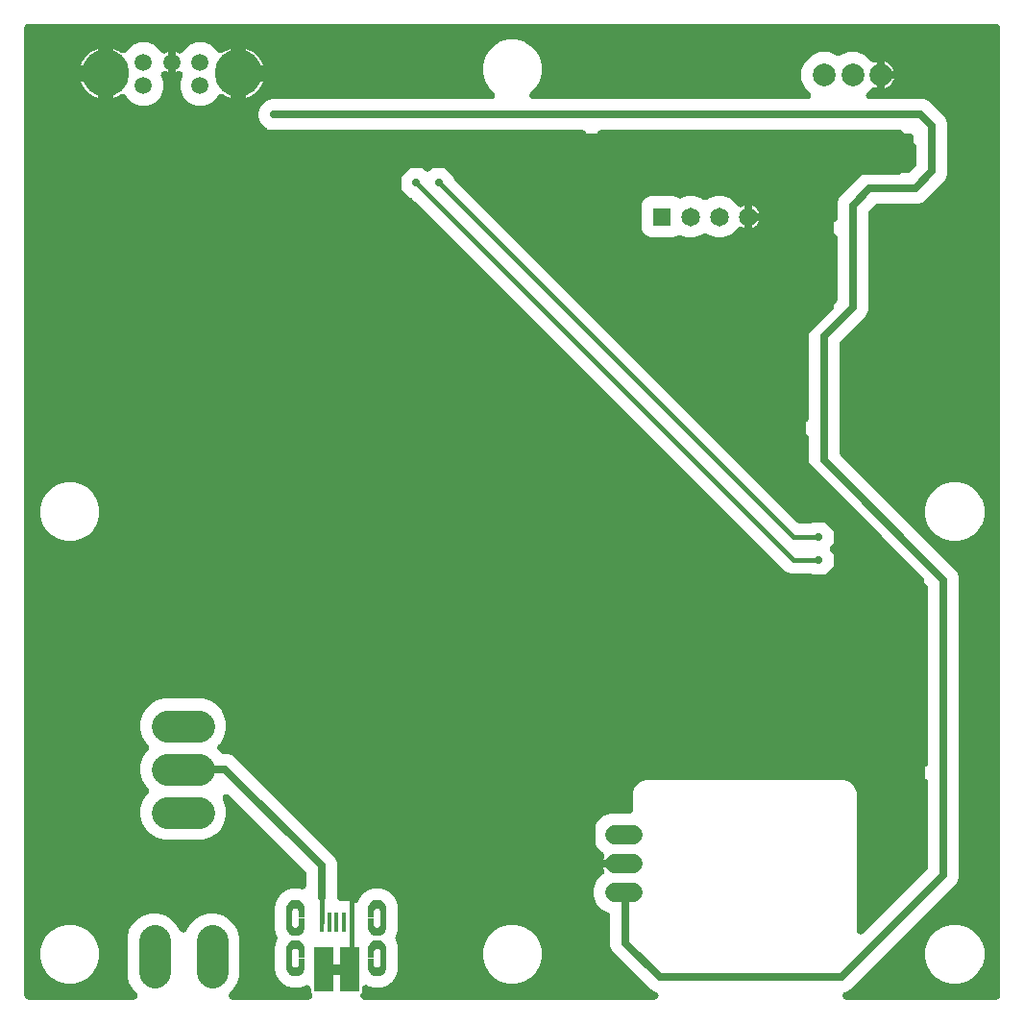
<source format=gbr>
G04 EAGLE Gerber RS-274X export*
G75*
%MOMM*%
%FSLAX34Y34*%
%LPD*%
%INTop Copper*%
%IPPOS*%
%AMOC8*
5,1,8,0,0,1.08239X$1,22.5*%
G01*
%ADD10C,1.676400*%
%ADD11C,2.000000*%
%ADD12C,2.781300*%
%ADD13C,1.500000*%
%ADD14C,4.149000*%
%ADD15R,1.650000X1.650000*%
%ADD16C,1.650000*%
%ADD17R,0.400000X1.700000*%
%ADD18R,1.800000X3.900000*%
%ADD19P,0.649434X8X22.500000*%
%ADD20C,0.700000*%
%ADD21C,0.400000*%
%ADD22C,0.406400*%

G36*
X106648Y10017D02*
X106648Y10017D01*
X106861Y10027D01*
X106911Y10037D01*
X106962Y10041D01*
X107170Y10089D01*
X107379Y10131D01*
X107427Y10148D01*
X107477Y10160D01*
X107676Y10238D01*
X107876Y10311D01*
X107921Y10336D01*
X107969Y10355D01*
X108153Y10463D01*
X108340Y10565D01*
X108381Y10596D01*
X108425Y10622D01*
X108591Y10756D01*
X108761Y10885D01*
X108796Y10922D01*
X108836Y10954D01*
X108980Y11112D01*
X109128Y11266D01*
X109158Y11307D01*
X109192Y11345D01*
X109310Y11523D01*
X109434Y11697D01*
X109457Y11743D01*
X109485Y11785D01*
X109575Y11979D01*
X109671Y12169D01*
X109687Y12218D01*
X109709Y12264D01*
X109769Y12469D01*
X109835Y12672D01*
X109843Y12723D01*
X109858Y12772D01*
X109886Y12983D01*
X109921Y13194D01*
X109921Y13245D01*
X109928Y13296D01*
X109925Y13510D01*
X109927Y13722D01*
X109920Y13773D01*
X109919Y13824D01*
X109883Y14035D01*
X109854Y14246D01*
X109839Y14295D01*
X109830Y14346D01*
X109763Y14548D01*
X109702Y14753D01*
X109680Y14799D01*
X109664Y14847D01*
X109568Y15038D01*
X109476Y15231D01*
X109448Y15273D01*
X109424Y15319D01*
X109300Y15491D01*
X109181Y15669D01*
X109141Y15714D01*
X109116Y15748D01*
X109049Y15817D01*
X108909Y15974D01*
X105469Y19414D01*
X102322Y24866D01*
X100693Y30946D01*
X100693Y65054D01*
X102322Y71134D01*
X105469Y76586D01*
X109921Y81037D01*
X115372Y84185D01*
X121453Y85814D01*
X127747Y85814D01*
X133828Y84185D01*
X139279Y81037D01*
X143731Y76586D01*
X146970Y70976D01*
X146981Y70959D01*
X146990Y70941D01*
X147130Y70740D01*
X147268Y70539D01*
X147281Y70525D01*
X147293Y70508D01*
X147462Y70330D01*
X147628Y70152D01*
X147644Y70140D01*
X147658Y70125D01*
X147851Y69976D01*
X148043Y69824D01*
X148061Y69815D01*
X148076Y69802D01*
X148290Y69684D01*
X148502Y69563D01*
X148521Y69556D01*
X148539Y69546D01*
X148768Y69461D01*
X148996Y69373D01*
X149016Y69369D01*
X149035Y69362D01*
X149275Y69312D01*
X149513Y69260D01*
X149533Y69259D01*
X149552Y69255D01*
X149797Y69242D01*
X150040Y69226D01*
X150060Y69228D01*
X150080Y69227D01*
X150324Y69251D01*
X150567Y69272D01*
X150586Y69277D01*
X150606Y69279D01*
X150843Y69339D01*
X151081Y69397D01*
X151099Y69405D01*
X151119Y69410D01*
X151344Y69505D01*
X151570Y69598D01*
X151587Y69608D01*
X151606Y69616D01*
X151815Y69745D01*
X152023Y69870D01*
X152038Y69883D01*
X152056Y69894D01*
X152243Y70052D01*
X152430Y70208D01*
X152443Y70223D01*
X152459Y70236D01*
X152619Y70420D01*
X152782Y70602D01*
X152793Y70619D01*
X152806Y70634D01*
X153030Y70976D01*
X156269Y76586D01*
X160721Y81037D01*
X166172Y84185D01*
X172253Y85814D01*
X178547Y85814D01*
X184628Y84185D01*
X190079Y81037D01*
X194531Y76586D01*
X197678Y71134D01*
X199307Y65054D01*
X199307Y30946D01*
X197678Y24866D01*
X194531Y19414D01*
X191091Y15974D01*
X190952Y15812D01*
X190808Y15655D01*
X190780Y15612D01*
X190746Y15573D01*
X190633Y15392D01*
X190515Y15215D01*
X190493Y15168D01*
X190466Y15125D01*
X190382Y14929D01*
X190291Y14736D01*
X190277Y14686D01*
X190257Y14639D01*
X190202Y14432D01*
X190142Y14228D01*
X190136Y14178D01*
X190123Y14128D01*
X190100Y13916D01*
X190072Y13704D01*
X190073Y13653D01*
X190067Y13602D01*
X190077Y13389D01*
X190081Y13176D01*
X190089Y13125D01*
X190092Y13074D01*
X190134Y12865D01*
X190170Y12654D01*
X190186Y12606D01*
X190196Y12556D01*
X190269Y12355D01*
X190336Y12152D01*
X190359Y12107D01*
X190376Y12059D01*
X190479Y11872D01*
X190576Y11681D01*
X190605Y11640D01*
X190630Y11595D01*
X190760Y11425D01*
X190884Y11252D01*
X190919Y11215D01*
X190950Y11174D01*
X191104Y11026D01*
X191253Y10873D01*
X191294Y10843D01*
X191331Y10807D01*
X191505Y10684D01*
X191675Y10555D01*
X191720Y10531D01*
X191762Y10501D01*
X191952Y10405D01*
X192140Y10304D01*
X192189Y10287D01*
X192234Y10264D01*
X192437Y10198D01*
X192638Y10126D01*
X192688Y10116D01*
X192737Y10100D01*
X192947Y10065D01*
X193157Y10025D01*
X193217Y10021D01*
X193259Y10014D01*
X193355Y10013D01*
X193565Y10001D01*
X260222Y10001D01*
X260435Y10017D01*
X260648Y10027D01*
X260698Y10037D01*
X260749Y10041D01*
X260957Y10089D01*
X261167Y10131D01*
X261215Y10148D01*
X261264Y10160D01*
X261463Y10238D01*
X261664Y10312D01*
X261708Y10336D01*
X261756Y10355D01*
X261941Y10463D01*
X262127Y10565D01*
X262168Y10596D01*
X262212Y10622D01*
X262378Y10756D01*
X262548Y10886D01*
X262583Y10922D01*
X262623Y10954D01*
X262767Y11113D01*
X262915Y11266D01*
X262945Y11308D01*
X262979Y11345D01*
X263097Y11523D01*
X263221Y11697D01*
X263244Y11743D01*
X263272Y11785D01*
X263363Y11979D01*
X263458Y12170D01*
X263474Y12218D01*
X263496Y12264D01*
X263556Y12470D01*
X263622Y12673D01*
X263630Y12723D01*
X263645Y12772D01*
X263673Y12983D01*
X263708Y13194D01*
X263708Y13245D01*
X263715Y13296D01*
X263712Y13509D01*
X263714Y13723D01*
X263707Y13773D01*
X263706Y13824D01*
X263670Y14035D01*
X263641Y14246D01*
X263626Y14295D01*
X263617Y14346D01*
X263550Y14549D01*
X263489Y14753D01*
X263467Y14799D01*
X263451Y14847D01*
X263354Y15038D01*
X263263Y15231D01*
X263234Y15273D01*
X263211Y15319D01*
X263087Y15492D01*
X262968Y15669D01*
X262940Y15700D01*
X262636Y16228D01*
X262499Y16737D01*
X262499Y19339D01*
X262496Y19381D01*
X262498Y19423D01*
X262476Y19644D01*
X262459Y19866D01*
X262450Y19907D01*
X262446Y19949D01*
X262390Y20165D01*
X262340Y20382D01*
X262325Y20420D01*
X262315Y20461D01*
X262227Y20667D01*
X262145Y20873D01*
X262124Y20909D01*
X262108Y20948D01*
X261991Y21137D01*
X261878Y21329D01*
X261852Y21362D01*
X261830Y21397D01*
X261686Y21567D01*
X261546Y21740D01*
X261515Y21768D01*
X261487Y21800D01*
X261319Y21946D01*
X261155Y22096D01*
X261120Y22120D01*
X261088Y22147D01*
X260900Y22266D01*
X260715Y22389D01*
X260677Y22407D01*
X260641Y22430D01*
X260438Y22519D01*
X260236Y22613D01*
X260195Y22625D01*
X260157Y22642D01*
X259942Y22699D01*
X259728Y22762D01*
X259687Y22767D01*
X259646Y22778D01*
X259425Y22803D01*
X259204Y22832D01*
X259162Y22832D01*
X259121Y22836D01*
X258899Y22827D01*
X258676Y22823D01*
X258634Y22816D01*
X258592Y22815D01*
X258374Y22772D01*
X258154Y22735D01*
X258115Y22722D01*
X258074Y22714D01*
X257864Y22639D01*
X257653Y22569D01*
X257615Y22549D01*
X257576Y22535D01*
X257380Y22430D01*
X257181Y22329D01*
X257147Y22304D01*
X257110Y22284D01*
X256887Y22122D01*
X256237Y21925D01*
X256107Y21875D01*
X255974Y21834D01*
X255829Y21766D01*
X255744Y21734D01*
X255689Y21702D01*
X255603Y21662D01*
X255021Y21351D01*
X254919Y21341D01*
X254703Y21304D01*
X254488Y21272D01*
X254444Y21258D01*
X254398Y21250D01*
X254191Y21180D01*
X253983Y21116D01*
X253934Y21093D01*
X253897Y21081D01*
X253812Y21037D01*
X253612Y20945D01*
X253521Y20896D01*
X252864Y20831D01*
X252727Y20807D01*
X252589Y20793D01*
X252433Y20756D01*
X252343Y20740D01*
X252283Y20720D01*
X252191Y20698D01*
X251560Y20506D01*
X251457Y20516D01*
X251239Y20521D01*
X251022Y20532D01*
X250975Y20527D01*
X250929Y20528D01*
X250713Y20500D01*
X250496Y20478D01*
X250443Y20465D01*
X250404Y20460D01*
X250312Y20434D01*
X250098Y20382D01*
X249999Y20352D01*
X249343Y20417D01*
X249204Y20420D01*
X249065Y20433D01*
X248905Y20427D01*
X248814Y20429D01*
X248751Y20421D01*
X248657Y20417D01*
X248001Y20352D01*
X247902Y20382D01*
X247689Y20430D01*
X247477Y20483D01*
X247431Y20487D01*
X247386Y20497D01*
X247169Y20512D01*
X246951Y20533D01*
X246897Y20530D01*
X246858Y20533D01*
X246763Y20525D01*
X246543Y20516D01*
X246440Y20506D01*
X245809Y20698D01*
X245673Y20728D01*
X245539Y20768D01*
X245381Y20793D01*
X245292Y20812D01*
X245229Y20817D01*
X245136Y20831D01*
X244479Y20896D01*
X244388Y20945D01*
X244189Y21033D01*
X243992Y21126D01*
X243947Y21139D01*
X243904Y21158D01*
X243694Y21215D01*
X243485Y21278D01*
X243432Y21286D01*
X243394Y21296D01*
X243299Y21307D01*
X243081Y21341D01*
X242979Y21351D01*
X242397Y21662D01*
X242270Y21718D01*
X242146Y21784D01*
X241996Y21839D01*
X241913Y21876D01*
X241852Y21892D01*
X241763Y21925D01*
X241132Y22116D01*
X241052Y22182D01*
X240873Y22307D01*
X240698Y22437D01*
X240657Y22459D01*
X240619Y22486D01*
X240424Y22582D01*
X240231Y22684D01*
X240180Y22703D01*
X240145Y22720D01*
X240054Y22750D01*
X239848Y22826D01*
X239749Y22856D01*
X239239Y23274D01*
X239125Y23354D01*
X239017Y23442D01*
X238880Y23526D01*
X238806Y23578D01*
X238749Y23606D01*
X238668Y23655D01*
X238087Y23966D01*
X238021Y24046D01*
X237870Y24204D01*
X237724Y24365D01*
X237688Y24395D01*
X237656Y24428D01*
X237483Y24561D01*
X237314Y24699D01*
X237268Y24727D01*
X237237Y24751D01*
X237153Y24797D01*
X236966Y24912D01*
X236875Y24961D01*
X236456Y25471D01*
X236360Y25572D01*
X236271Y25679D01*
X236153Y25787D01*
X236091Y25853D01*
X236040Y25892D01*
X235971Y25956D01*
X235461Y26375D01*
X235412Y26466D01*
X235295Y26649D01*
X235183Y26837D01*
X235154Y26872D01*
X235129Y26912D01*
X234985Y27076D01*
X234846Y27244D01*
X234807Y27281D01*
X234781Y27310D01*
X234708Y27372D01*
X234546Y27521D01*
X234466Y27587D01*
X234155Y28168D01*
X234081Y28286D01*
X234014Y28408D01*
X233920Y28538D01*
X233871Y28615D01*
X233829Y28663D01*
X233774Y28739D01*
X233356Y29249D01*
X233326Y29348D01*
X233247Y29551D01*
X233173Y29756D01*
X233151Y29797D01*
X233134Y29841D01*
X233026Y30029D01*
X232922Y30221D01*
X232890Y30265D01*
X232871Y30299D01*
X232811Y30374D01*
X232682Y30552D01*
X232616Y30632D01*
X232425Y31263D01*
X232375Y31393D01*
X232334Y31526D01*
X232266Y31671D01*
X232234Y31756D01*
X232202Y31811D01*
X232162Y31897D01*
X231851Y32479D01*
X231841Y32581D01*
X231804Y32797D01*
X231772Y33012D01*
X231758Y33056D01*
X231750Y33102D01*
X231680Y33309D01*
X231616Y33517D01*
X231593Y33566D01*
X231581Y33603D01*
X231537Y33688D01*
X231445Y33888D01*
X231396Y33979D01*
X231331Y34636D01*
X231307Y34773D01*
X231293Y34911D01*
X231256Y35067D01*
X231240Y35157D01*
X231220Y35217D01*
X231198Y35309D01*
X230995Y35975D01*
X230999Y36042D01*
X230999Y37837D01*
X230993Y37926D01*
X230982Y38180D01*
X230852Y39503D01*
X230859Y39532D01*
X230874Y39576D01*
X230916Y39790D01*
X230963Y40003D01*
X230967Y40049D01*
X230975Y40095D01*
X230999Y40502D01*
X230999Y52498D01*
X230996Y52544D01*
X230998Y52590D01*
X230976Y52807D01*
X230959Y53025D01*
X230949Y53070D01*
X230944Y53116D01*
X230852Y53498D01*
X230982Y54820D01*
X230984Y54909D01*
X230999Y55163D01*
X230999Y56959D01*
X230994Y57022D01*
X231198Y57691D01*
X231228Y57827D01*
X231268Y57961D01*
X231293Y58119D01*
X231312Y58207D01*
X231317Y58271D01*
X231331Y58364D01*
X231396Y59021D01*
X231445Y59112D01*
X231532Y59311D01*
X231626Y59508D01*
X231639Y59553D01*
X231658Y59596D01*
X231715Y59806D01*
X231778Y60015D01*
X231786Y60068D01*
X231796Y60106D01*
X231807Y60201D01*
X231841Y60419D01*
X231851Y60521D01*
X232162Y61103D01*
X232218Y61230D01*
X232284Y61354D01*
X232339Y61504D01*
X232376Y61587D01*
X232392Y61648D01*
X232425Y61737D01*
X232649Y62477D01*
X232680Y62538D01*
X232724Y62609D01*
X232797Y62774D01*
X232877Y62936D01*
X232903Y63016D01*
X232936Y63093D01*
X232983Y63268D01*
X233038Y63440D01*
X233051Y63523D01*
X233073Y63604D01*
X233093Y63783D01*
X233121Y63962D01*
X233122Y64046D01*
X233131Y64129D01*
X233124Y64310D01*
X233125Y64491D01*
X233113Y64574D01*
X233109Y64658D01*
X233075Y64835D01*
X233049Y65014D01*
X233024Y65094D01*
X233008Y65177D01*
X232947Y65347D01*
X232895Y65520D01*
X232859Y65595D01*
X232830Y65674D01*
X232744Y65833D01*
X232666Y65996D01*
X232650Y66020D01*
X232425Y66763D01*
X232375Y66893D01*
X232334Y67026D01*
X232266Y67171D01*
X232234Y67256D01*
X232202Y67311D01*
X232162Y67397D01*
X231851Y67979D01*
X231841Y68081D01*
X231804Y68297D01*
X231772Y68512D01*
X231758Y68556D01*
X231750Y68602D01*
X231680Y68809D01*
X231616Y69017D01*
X231593Y69066D01*
X231581Y69103D01*
X231537Y69188D01*
X231445Y69388D01*
X231396Y69479D01*
X231331Y70136D01*
X231307Y70273D01*
X231293Y70411D01*
X231256Y70567D01*
X231240Y70657D01*
X231220Y70717D01*
X231198Y70809D01*
X230995Y71475D01*
X230999Y71542D01*
X230999Y73337D01*
X230993Y73426D01*
X230982Y73680D01*
X230852Y75003D01*
X230859Y75032D01*
X230874Y75076D01*
X230916Y75290D01*
X230963Y75503D01*
X230967Y75549D01*
X230975Y75595D01*
X230999Y76002D01*
X230999Y87998D01*
X230996Y88044D01*
X230998Y88090D01*
X230976Y88307D01*
X230959Y88525D01*
X230949Y88570D01*
X230944Y88616D01*
X230852Y88998D01*
X230982Y90320D01*
X230984Y90409D01*
X230999Y90663D01*
X230999Y92458D01*
X230994Y92522D01*
X231198Y93191D01*
X231228Y93327D01*
X231268Y93461D01*
X231293Y93619D01*
X231312Y93708D01*
X231317Y93771D01*
X231331Y93864D01*
X231396Y94521D01*
X231445Y94612D01*
X231533Y94811D01*
X231626Y95008D01*
X231639Y95053D01*
X231658Y95096D01*
X231715Y95306D01*
X231778Y95515D01*
X231786Y95568D01*
X231796Y95606D01*
X231807Y95701D01*
X231841Y95919D01*
X231851Y96021D01*
X232162Y96603D01*
X232218Y96730D01*
X232284Y96854D01*
X232339Y97004D01*
X232376Y97087D01*
X232392Y97148D01*
X232425Y97237D01*
X232616Y97868D01*
X232682Y97948D01*
X232807Y98127D01*
X232937Y98302D01*
X232959Y98343D01*
X232986Y98381D01*
X233082Y98576D01*
X233184Y98769D01*
X233203Y98820D01*
X233220Y98855D01*
X233250Y98946D01*
X233326Y99152D01*
X233356Y99251D01*
X233774Y99761D01*
X233854Y99875D01*
X233942Y99983D01*
X234026Y100120D01*
X234078Y100194D01*
X234106Y100251D01*
X234155Y100332D01*
X234466Y100913D01*
X234546Y100979D01*
X234704Y101130D01*
X234865Y101276D01*
X234895Y101312D01*
X234928Y101344D01*
X235061Y101517D01*
X235199Y101686D01*
X235227Y101732D01*
X235251Y101763D01*
X235297Y101847D01*
X235412Y102034D01*
X235461Y102125D01*
X235971Y102544D01*
X236072Y102640D01*
X236179Y102729D01*
X236287Y102846D01*
X236353Y102909D01*
X236392Y102960D01*
X236456Y103029D01*
X236875Y103539D01*
X236966Y103588D01*
X237150Y103705D01*
X237337Y103817D01*
X237373Y103847D01*
X237412Y103872D01*
X237576Y104015D01*
X237744Y104154D01*
X237781Y104194D01*
X237810Y104219D01*
X237872Y104292D01*
X238021Y104454D01*
X238087Y104534D01*
X238668Y104845D01*
X238786Y104919D01*
X238908Y104986D01*
X239038Y105080D01*
X239115Y105129D01*
X239162Y105170D01*
X239239Y105226D01*
X239749Y105644D01*
X239848Y105674D01*
X240051Y105753D01*
X240256Y105827D01*
X240297Y105849D01*
X240341Y105866D01*
X240529Y105974D01*
X240722Y106078D01*
X240765Y106110D01*
X240799Y106129D01*
X240874Y106189D01*
X241052Y106318D01*
X241132Y106384D01*
X241763Y106575D01*
X241893Y106625D01*
X242026Y106666D01*
X242171Y106734D01*
X242256Y106766D01*
X242311Y106798D01*
X242397Y106838D01*
X242979Y107149D01*
X243081Y107159D01*
X243297Y107196D01*
X243512Y107228D01*
X243556Y107242D01*
X243602Y107250D01*
X243809Y107320D01*
X244017Y107384D01*
X244066Y107407D01*
X244103Y107419D01*
X244188Y107463D01*
X244388Y107555D01*
X244479Y107604D01*
X245136Y107669D01*
X245273Y107693D01*
X245411Y107707D01*
X245567Y107744D01*
X245657Y107760D01*
X245717Y107780D01*
X245809Y107802D01*
X246440Y107994D01*
X246543Y107984D01*
X246761Y107979D01*
X246978Y107968D01*
X247025Y107973D01*
X247071Y107972D01*
X247287Y108000D01*
X247504Y108022D01*
X247557Y108035D01*
X247596Y108040D01*
X247688Y108066D01*
X247902Y108118D01*
X248001Y108148D01*
X248657Y108083D01*
X248796Y108080D01*
X248935Y108067D01*
X249095Y108073D01*
X249186Y108071D01*
X249249Y108079D01*
X249343Y108083D01*
X249999Y108148D01*
X250098Y108118D01*
X250127Y108111D01*
X250145Y108105D01*
X250235Y108087D01*
X250311Y108070D01*
X250523Y108017D01*
X250569Y108013D01*
X250614Y108003D01*
X250831Y107988D01*
X251049Y107967D01*
X251103Y107970D01*
X251142Y107967D01*
X251237Y107975D01*
X251457Y107984D01*
X251560Y107994D01*
X252191Y107802D01*
X252327Y107772D01*
X252461Y107732D01*
X252619Y107707D01*
X252708Y107688D01*
X252771Y107683D01*
X252864Y107669D01*
X253567Y107599D01*
X253764Y107507D01*
X253800Y107497D01*
X253834Y107482D01*
X254053Y107422D01*
X254272Y107358D01*
X254309Y107353D01*
X254345Y107344D01*
X254571Y107318D01*
X254796Y107288D01*
X254833Y107288D01*
X254870Y107284D01*
X255098Y107293D01*
X255324Y107297D01*
X255361Y107303D01*
X255398Y107304D01*
X255622Y107347D01*
X255846Y107385D01*
X255881Y107397D01*
X255917Y107404D01*
X256131Y107480D01*
X256348Y107551D01*
X256381Y107568D01*
X256416Y107581D01*
X256617Y107689D01*
X256819Y107791D01*
X256849Y107813D01*
X256882Y107831D01*
X257064Y107967D01*
X257248Y108100D01*
X257275Y108125D01*
X257305Y108148D01*
X257465Y108311D01*
X257627Y108469D01*
X257649Y108498D01*
X257675Y108525D01*
X257808Y108710D01*
X257945Y108891D01*
X257963Y108924D01*
X257984Y108954D01*
X258088Y109156D01*
X258196Y109356D01*
X258209Y109391D01*
X258226Y109424D01*
X258298Y109640D01*
X258374Y109854D01*
X258381Y109891D01*
X258393Y109926D01*
X258432Y110150D01*
X258475Y110373D01*
X258478Y110416D01*
X258483Y110447D01*
X258485Y110539D01*
X258499Y110781D01*
X258499Y120958D01*
X258491Y121069D01*
X258492Y121181D01*
X258471Y121333D01*
X258459Y121486D01*
X258434Y121594D01*
X258419Y121704D01*
X258375Y121851D01*
X258340Y122001D01*
X258299Y122104D01*
X258267Y122211D01*
X258202Y122350D01*
X258145Y122492D01*
X258089Y122588D01*
X258041Y122689D01*
X257956Y122816D01*
X257878Y122948D01*
X257808Y123035D01*
X257746Y123127D01*
X257606Y123284D01*
X257546Y123359D01*
X257514Y123388D01*
X257474Y123433D01*
X190643Y190264D01*
X190589Y190311D01*
X190540Y190363D01*
X190388Y190483D01*
X190242Y190609D01*
X190182Y190646D01*
X190126Y190691D01*
X189957Y190786D01*
X189793Y190889D01*
X189728Y190917D01*
X189666Y190952D01*
X189486Y191022D01*
X189308Y191098D01*
X189239Y191116D01*
X189173Y191142D01*
X188984Y191183D01*
X188797Y191232D01*
X188726Y191240D01*
X188656Y191255D01*
X188463Y191267D01*
X188271Y191288D01*
X188200Y191284D01*
X188128Y191289D01*
X187935Y191272D01*
X187743Y191263D01*
X187673Y191249D01*
X187602Y191243D01*
X187414Y191197D01*
X187224Y191159D01*
X187157Y191135D01*
X187088Y191118D01*
X186909Y191045D01*
X186727Y190979D01*
X186665Y190944D01*
X186599Y190917D01*
X186433Y190818D01*
X186263Y190725D01*
X186207Y190682D01*
X186146Y190645D01*
X185997Y190522D01*
X185843Y190404D01*
X185793Y190353D01*
X185738Y190308D01*
X185610Y190163D01*
X185476Y190024D01*
X185434Y189966D01*
X185387Y189913D01*
X185281Y189751D01*
X185170Y189593D01*
X185138Y189529D01*
X185099Y189470D01*
X185019Y189293D01*
X184932Y189121D01*
X184910Y189053D01*
X184881Y188988D01*
X184828Y188802D01*
X184769Y188618D01*
X184757Y188547D01*
X184738Y188479D01*
X184714Y188287D01*
X184683Y188096D01*
X184682Y188025D01*
X184673Y187954D01*
X184679Y187761D01*
X184676Y187567D01*
X184686Y187497D01*
X184688Y187426D01*
X184723Y187235D01*
X184750Y187044D01*
X184770Y186976D01*
X184783Y186905D01*
X184846Y186723D01*
X184901Y186537D01*
X184932Y186473D01*
X184955Y186405D01*
X185105Y186106D01*
X185127Y186059D01*
X185133Y186051D01*
X185138Y186040D01*
X186185Y184228D01*
X187814Y178147D01*
X187814Y171853D01*
X186185Y165772D01*
X183037Y160321D01*
X178586Y155869D01*
X173134Y152722D01*
X167054Y151093D01*
X132946Y151093D01*
X126866Y152722D01*
X121414Y155869D01*
X116963Y160321D01*
X113815Y165772D01*
X112186Y171853D01*
X112186Y178147D01*
X113815Y184228D01*
X116963Y189679D01*
X118859Y191576D01*
X118965Y191699D01*
X119078Y191816D01*
X119137Y191899D01*
X119204Y191977D01*
X119290Y192114D01*
X119384Y192247D01*
X119430Y192338D01*
X119484Y192425D01*
X119548Y192574D01*
X119621Y192719D01*
X119653Y192816D01*
X119693Y192910D01*
X119735Y193068D01*
X119785Y193222D01*
X119801Y193323D01*
X119827Y193422D01*
X119844Y193584D01*
X119871Y193744D01*
X119872Y193846D01*
X119883Y193948D01*
X119875Y194110D01*
X119877Y194272D01*
X119863Y194374D01*
X119858Y194476D01*
X119826Y194635D01*
X119804Y194796D01*
X119774Y194894D01*
X119754Y194994D01*
X119699Y195147D01*
X119652Y195303D01*
X119609Y195395D01*
X119574Y195491D01*
X119496Y195634D01*
X119426Y195781D01*
X119369Y195865D01*
X119320Y195955D01*
X119222Y196084D01*
X119131Y196219D01*
X119047Y196313D01*
X118999Y196376D01*
X118943Y196431D01*
X118859Y196524D01*
X116963Y198421D01*
X113815Y203872D01*
X112186Y209953D01*
X112186Y216247D01*
X113815Y222328D01*
X116963Y227779D01*
X118859Y229676D01*
X118965Y229799D01*
X119078Y229916D01*
X119137Y229999D01*
X119204Y230077D01*
X119290Y230214D01*
X119384Y230347D01*
X119430Y230438D01*
X119484Y230525D01*
X119548Y230674D01*
X119621Y230819D01*
X119653Y230916D01*
X119693Y231010D01*
X119735Y231168D01*
X119785Y231322D01*
X119801Y231423D01*
X119827Y231522D01*
X119844Y231684D01*
X119871Y231844D01*
X119872Y231946D01*
X119883Y232048D01*
X119875Y232210D01*
X119877Y232372D01*
X119863Y232474D01*
X119858Y232576D01*
X119826Y232735D01*
X119804Y232896D01*
X119774Y232994D01*
X119754Y233094D01*
X119699Y233247D01*
X119652Y233403D01*
X119609Y233495D01*
X119574Y233591D01*
X119496Y233734D01*
X119426Y233881D01*
X119369Y233965D01*
X119320Y234055D01*
X119222Y234184D01*
X119131Y234319D01*
X119047Y234413D01*
X118999Y234476D01*
X118943Y234531D01*
X118859Y234624D01*
X116963Y236521D01*
X113815Y241972D01*
X112186Y248053D01*
X112186Y254347D01*
X113815Y260428D01*
X116963Y265879D01*
X121414Y270331D01*
X126866Y273478D01*
X132946Y275107D01*
X167054Y275107D01*
X173134Y273478D01*
X178586Y270331D01*
X183037Y265879D01*
X186185Y260428D01*
X187814Y254347D01*
X187814Y248053D01*
X186185Y241972D01*
X183037Y236521D01*
X181141Y234624D01*
X181035Y234501D01*
X180922Y234384D01*
X180863Y234301D01*
X180796Y234223D01*
X180710Y234086D01*
X180616Y233953D01*
X180570Y233862D01*
X180516Y233775D01*
X180452Y233626D01*
X180379Y233481D01*
X180347Y233383D01*
X180307Y233289D01*
X180265Y233132D01*
X180215Y232978D01*
X180199Y232877D01*
X180173Y232778D01*
X180156Y232616D01*
X180129Y232456D01*
X180128Y232354D01*
X180117Y232252D01*
X180125Y232090D01*
X180123Y231928D01*
X180137Y231826D01*
X180142Y231724D01*
X180174Y231565D01*
X180196Y231404D01*
X180226Y231306D01*
X180246Y231206D01*
X180301Y231053D01*
X180348Y230897D01*
X180392Y230805D01*
X180426Y230709D01*
X180504Y230566D01*
X180574Y230419D01*
X180631Y230334D01*
X180680Y230245D01*
X180778Y230116D01*
X180869Y229981D01*
X180953Y229887D01*
X181001Y229824D01*
X181057Y229769D01*
X181141Y229676D01*
X183191Y227626D01*
X183275Y227553D01*
X183353Y227473D01*
X183475Y227381D01*
X183592Y227281D01*
X183686Y227222D01*
X183775Y227155D01*
X183910Y227082D01*
X184040Y227001D01*
X184142Y226957D01*
X184240Y226904D01*
X184385Y226852D01*
X184526Y226791D01*
X184633Y226763D01*
X184738Y226726D01*
X184889Y226696D01*
X185037Y226658D01*
X185148Y226646D01*
X185257Y226625D01*
X185467Y226612D01*
X185563Y226602D01*
X185606Y226604D01*
X185665Y226601D01*
X189586Y226601D01*
X194548Y224545D01*
X283445Y135648D01*
X285501Y130686D01*
X285501Y100500D01*
X285513Y100338D01*
X285516Y100176D01*
X285533Y100075D01*
X285541Y99973D01*
X285577Y99815D01*
X285604Y99654D01*
X285637Y99557D01*
X285660Y99458D01*
X285719Y99307D01*
X285771Y99152D01*
X285817Y99061D01*
X285855Y98966D01*
X285937Y98826D01*
X286010Y98681D01*
X286070Y98598D01*
X286122Y98510D01*
X286224Y98383D01*
X286319Y98252D01*
X286390Y98179D01*
X286454Y98099D01*
X286575Y97989D01*
X286688Y97873D01*
X286770Y97812D01*
X286845Y97743D01*
X286980Y97653D01*
X287110Y97555D01*
X287200Y97506D01*
X287285Y97450D01*
X287432Y97381D01*
X287575Y97304D01*
X287672Y97269D01*
X287764Y97226D01*
X287920Y97180D01*
X288073Y97126D01*
X288174Y97106D01*
X288272Y97077D01*
X288432Y97056D01*
X288592Y97025D01*
X288718Y97017D01*
X288796Y97007D01*
X288875Y97008D01*
X289000Y97001D01*
X295489Y97001D01*
X299797Y95216D01*
X299863Y95195D01*
X299926Y95166D01*
X300114Y95112D01*
X300299Y95052D01*
X300368Y95040D01*
X300435Y95021D01*
X300628Y94997D01*
X300821Y94964D01*
X300891Y94963D01*
X300959Y94955D01*
X301154Y94959D01*
X301349Y94957D01*
X301418Y94966D01*
X301488Y94968D01*
X301680Y95002D01*
X301873Y95029D01*
X301940Y95048D01*
X302008Y95061D01*
X302193Y95123D01*
X302380Y95179D01*
X302443Y95208D01*
X302509Y95231D01*
X302682Y95321D01*
X302859Y95404D01*
X302916Y95442D01*
X302978Y95474D01*
X303136Y95589D01*
X303298Y95698D01*
X303349Y95745D01*
X303405Y95786D01*
X303544Y95923D01*
X303688Y96055D01*
X303731Y96109D01*
X303781Y96158D01*
X303897Y96315D01*
X304019Y96467D01*
X304054Y96527D01*
X304096Y96583D01*
X304187Y96755D01*
X304285Y96924D01*
X304311Y96989D01*
X304343Y97050D01*
X304462Y97372D01*
X304479Y97416D01*
X304481Y97424D01*
X304484Y97434D01*
X304616Y97868D01*
X304682Y97948D01*
X304807Y98127D01*
X304937Y98302D01*
X304959Y98343D01*
X304986Y98381D01*
X305082Y98576D01*
X305184Y98769D01*
X305203Y98820D01*
X305220Y98855D01*
X305250Y98946D01*
X305326Y99152D01*
X305356Y99251D01*
X305774Y99761D01*
X305854Y99875D01*
X305942Y99983D01*
X306026Y100120D01*
X306078Y100194D01*
X306106Y100251D01*
X306155Y100332D01*
X306466Y100913D01*
X306546Y100979D01*
X306704Y101130D01*
X306865Y101276D01*
X306895Y101312D01*
X306928Y101344D01*
X307061Y101517D01*
X307199Y101686D01*
X307227Y101732D01*
X307251Y101763D01*
X307297Y101847D01*
X307412Y102034D01*
X307461Y102125D01*
X307971Y102544D01*
X308072Y102640D01*
X308179Y102729D01*
X308287Y102846D01*
X308353Y102909D01*
X308392Y102960D01*
X308456Y103029D01*
X308875Y103539D01*
X308966Y103588D01*
X309149Y103705D01*
X309337Y103817D01*
X309372Y103846D01*
X309412Y103871D01*
X309576Y104015D01*
X309744Y104154D01*
X309781Y104193D01*
X309810Y104219D01*
X309872Y104292D01*
X310021Y104454D01*
X310087Y104534D01*
X310668Y104845D01*
X310786Y104919D01*
X310908Y104986D01*
X311038Y105080D01*
X311115Y105129D01*
X311163Y105171D01*
X311239Y105226D01*
X311749Y105644D01*
X311848Y105674D01*
X312051Y105753D01*
X312256Y105827D01*
X312297Y105849D01*
X312341Y105866D01*
X312529Y105974D01*
X312721Y106078D01*
X312765Y106110D01*
X312799Y106129D01*
X312874Y106189D01*
X313052Y106318D01*
X313132Y106384D01*
X313763Y106575D01*
X313893Y106625D01*
X314026Y106666D01*
X314171Y106734D01*
X314256Y106766D01*
X314311Y106798D01*
X314397Y106838D01*
X314979Y107149D01*
X315081Y107159D01*
X315297Y107196D01*
X315512Y107228D01*
X315556Y107242D01*
X315602Y107250D01*
X315809Y107320D01*
X316017Y107384D01*
X316066Y107407D01*
X316103Y107419D01*
X316188Y107463D01*
X316388Y107555D01*
X316479Y107604D01*
X317136Y107669D01*
X317273Y107693D01*
X317411Y107707D01*
X317567Y107744D01*
X317657Y107760D01*
X317717Y107780D01*
X317809Y107802D01*
X318440Y107994D01*
X318543Y107984D01*
X318761Y107979D01*
X318978Y107968D01*
X319025Y107973D01*
X319071Y107972D01*
X319287Y108000D01*
X319504Y108022D01*
X319557Y108035D01*
X319596Y108040D01*
X319688Y108066D01*
X319902Y108118D01*
X320001Y108148D01*
X320657Y108083D01*
X320796Y108080D01*
X320935Y108067D01*
X321095Y108073D01*
X321186Y108071D01*
X321249Y108079D01*
X321343Y108083D01*
X321999Y108148D01*
X322098Y108118D01*
X322127Y108111D01*
X322145Y108105D01*
X322235Y108087D01*
X322311Y108070D01*
X322523Y108017D01*
X322569Y108013D01*
X322614Y108003D01*
X322831Y107988D01*
X323049Y107967D01*
X323103Y107970D01*
X323142Y107967D01*
X323237Y107975D01*
X323457Y107984D01*
X323560Y107994D01*
X324191Y107802D01*
X324327Y107772D01*
X324461Y107732D01*
X324619Y107707D01*
X324708Y107688D01*
X324771Y107683D01*
X324864Y107669D01*
X325521Y107604D01*
X325612Y107555D01*
X325811Y107467D01*
X326008Y107374D01*
X326053Y107361D01*
X326096Y107342D01*
X326306Y107285D01*
X326515Y107222D01*
X326568Y107214D01*
X326606Y107204D01*
X326701Y107193D01*
X326919Y107159D01*
X327021Y107149D01*
X327603Y106838D01*
X327730Y106782D01*
X327854Y106716D01*
X328004Y106661D01*
X328087Y106624D01*
X328148Y106608D01*
X328237Y106575D01*
X328868Y106384D01*
X328948Y106318D01*
X329127Y106193D01*
X329302Y106063D01*
X329343Y106041D01*
X329381Y106014D01*
X329576Y105918D01*
X329769Y105816D01*
X329820Y105797D01*
X329855Y105780D01*
X329946Y105750D01*
X330152Y105674D01*
X330251Y105644D01*
X330761Y105226D01*
X330875Y105146D01*
X330983Y105058D01*
X331120Y104974D01*
X331194Y104922D01*
X331251Y104894D01*
X331332Y104845D01*
X331913Y104534D01*
X331979Y104454D01*
X332130Y104296D01*
X332276Y104135D01*
X332312Y104105D01*
X332344Y104072D01*
X332517Y103939D01*
X332686Y103801D01*
X332732Y103773D01*
X332763Y103749D01*
X332847Y103703D01*
X333034Y103588D01*
X333125Y103539D01*
X333544Y103029D01*
X333640Y102928D01*
X333729Y102821D01*
X333847Y102713D01*
X333909Y102647D01*
X333960Y102608D01*
X334029Y102544D01*
X334539Y102125D01*
X334588Y102034D01*
X334705Y101851D01*
X334817Y101663D01*
X334846Y101628D01*
X334871Y101588D01*
X335015Y101424D01*
X335154Y101256D01*
X335193Y101219D01*
X335219Y101190D01*
X335292Y101128D01*
X335454Y100979D01*
X335534Y100913D01*
X335845Y100332D01*
X335920Y100214D01*
X335986Y100092D01*
X336080Y99962D01*
X336129Y99885D01*
X336171Y99837D01*
X336226Y99761D01*
X336644Y99251D01*
X336674Y99152D01*
X336753Y98949D01*
X336827Y98744D01*
X336849Y98703D01*
X336866Y98659D01*
X336974Y98471D01*
X337078Y98278D01*
X337110Y98235D01*
X337129Y98201D01*
X337189Y98126D01*
X337318Y97948D01*
X337384Y97868D01*
X337575Y97237D01*
X337625Y97107D01*
X337666Y96974D01*
X337733Y96829D01*
X337766Y96744D01*
X337798Y96689D01*
X337838Y96603D01*
X338149Y96021D01*
X338159Y95918D01*
X338196Y95704D01*
X338228Y95488D01*
X338242Y95444D01*
X338250Y95398D01*
X338320Y95191D01*
X338384Y94983D01*
X338407Y94934D01*
X338419Y94897D01*
X338463Y94811D01*
X338555Y94612D01*
X338604Y94521D01*
X338669Y93864D01*
X338693Y93727D01*
X338707Y93589D01*
X338744Y93433D01*
X338760Y93343D01*
X338780Y93283D01*
X338802Y93191D01*
X339005Y92525D01*
X339001Y92458D01*
X339001Y90663D01*
X339007Y90574D01*
X339018Y90320D01*
X339148Y88997D01*
X339141Y88968D01*
X339126Y88924D01*
X339084Y88710D01*
X339037Y88497D01*
X339033Y88451D01*
X339025Y88405D01*
X339001Y87998D01*
X339001Y76002D01*
X339004Y75956D01*
X339002Y75910D01*
X339024Y75693D01*
X339041Y75475D01*
X339051Y75430D01*
X339056Y75384D01*
X339148Y75002D01*
X339018Y73680D01*
X339016Y73591D01*
X339001Y73337D01*
X339001Y71542D01*
X339006Y71478D01*
X338802Y70809D01*
X338772Y70673D01*
X338732Y70539D01*
X338707Y70381D01*
X338688Y70292D01*
X338683Y70229D01*
X338669Y70136D01*
X338604Y69479D01*
X338555Y69388D01*
X338467Y69189D01*
X338374Y68992D01*
X338361Y68947D01*
X338342Y68904D01*
X338285Y68694D01*
X338222Y68485D01*
X338214Y68432D01*
X338204Y68394D01*
X338193Y68299D01*
X338159Y68081D01*
X338149Y67979D01*
X337838Y67397D01*
X337782Y67270D01*
X337716Y67146D01*
X337661Y66996D01*
X337624Y66913D01*
X337608Y66851D01*
X337575Y66763D01*
X337351Y66023D01*
X337320Y65962D01*
X337276Y65891D01*
X337203Y65726D01*
X337123Y65564D01*
X337097Y65484D01*
X337064Y65407D01*
X337017Y65232D01*
X336962Y65060D01*
X336949Y64977D01*
X336927Y64896D01*
X336907Y64717D01*
X336879Y64538D01*
X336878Y64454D01*
X336869Y64371D01*
X336876Y64190D01*
X336875Y64009D01*
X336887Y63926D01*
X336891Y63842D01*
X336925Y63665D01*
X336951Y63486D01*
X336976Y63406D01*
X336992Y63323D01*
X337053Y63153D01*
X337105Y62980D01*
X337141Y62905D01*
X337170Y62826D01*
X337256Y62667D01*
X337334Y62504D01*
X337350Y62480D01*
X337575Y61737D01*
X337625Y61607D01*
X337666Y61474D01*
X337734Y61329D01*
X337766Y61244D01*
X337798Y61189D01*
X337838Y61103D01*
X338149Y60521D01*
X338159Y60419D01*
X338196Y60203D01*
X338228Y59988D01*
X338242Y59944D01*
X338250Y59898D01*
X338320Y59691D01*
X338384Y59483D01*
X338407Y59434D01*
X338419Y59397D01*
X338463Y59312D01*
X338555Y59112D01*
X338604Y59021D01*
X338669Y58364D01*
X338693Y58227D01*
X338707Y58089D01*
X338744Y57933D01*
X338760Y57843D01*
X338780Y57783D01*
X338802Y57691D01*
X339005Y57025D01*
X339001Y56958D01*
X339001Y55163D01*
X339007Y55074D01*
X339018Y54820D01*
X339148Y53497D01*
X339141Y53468D01*
X339126Y53424D01*
X339084Y53210D01*
X339037Y52997D01*
X339033Y52951D01*
X339025Y52905D01*
X339001Y52498D01*
X339001Y40502D01*
X339004Y40456D01*
X339002Y40410D01*
X339024Y40193D01*
X339041Y39975D01*
X339051Y39930D01*
X339056Y39884D01*
X339148Y39502D01*
X339018Y38180D01*
X339016Y38091D01*
X339001Y37837D01*
X339001Y36042D01*
X339006Y35978D01*
X338802Y35309D01*
X338772Y35173D01*
X338732Y35039D01*
X338707Y34881D01*
X338688Y34792D01*
X338683Y34729D01*
X338669Y34636D01*
X338604Y33979D01*
X338555Y33888D01*
X338467Y33689D01*
X338374Y33492D01*
X338361Y33447D01*
X338342Y33404D01*
X338285Y33194D01*
X338222Y32985D01*
X338214Y32932D01*
X338204Y32894D01*
X338193Y32799D01*
X338159Y32581D01*
X338149Y32479D01*
X337838Y31897D01*
X337782Y31770D01*
X337716Y31646D01*
X337661Y31496D01*
X337624Y31413D01*
X337608Y31351D01*
X337575Y31263D01*
X337384Y30632D01*
X337318Y30552D01*
X337193Y30373D01*
X337063Y30198D01*
X337041Y30157D01*
X337014Y30119D01*
X336918Y29924D01*
X336816Y29731D01*
X336797Y29680D01*
X336780Y29645D01*
X336750Y29554D01*
X336674Y29348D01*
X336644Y29249D01*
X336226Y28739D01*
X336146Y28625D01*
X336058Y28517D01*
X335974Y28380D01*
X335922Y28306D01*
X335894Y28249D01*
X335845Y28168D01*
X335534Y27587D01*
X335454Y27521D01*
X335296Y27370D01*
X335135Y27224D01*
X335105Y27188D01*
X335072Y27156D01*
X334938Y26983D01*
X334801Y26814D01*
X334773Y26768D01*
X334749Y26737D01*
X334703Y26653D01*
X334588Y26466D01*
X334539Y26375D01*
X334029Y25956D01*
X333928Y25860D01*
X333821Y25771D01*
X333713Y25653D01*
X333647Y25591D01*
X333608Y25540D01*
X333544Y25471D01*
X333125Y24961D01*
X333034Y24912D01*
X332851Y24795D01*
X332663Y24683D01*
X332628Y24654D01*
X332588Y24629D01*
X332424Y24485D01*
X332256Y24346D01*
X332219Y24307D01*
X332190Y24281D01*
X332128Y24208D01*
X331979Y24046D01*
X331913Y23966D01*
X331332Y23655D01*
X331214Y23581D01*
X331092Y23514D01*
X330962Y23420D01*
X330885Y23371D01*
X330837Y23329D01*
X330761Y23274D01*
X330251Y22856D01*
X330152Y22826D01*
X329949Y22747D01*
X329744Y22673D01*
X329703Y22651D01*
X329659Y22634D01*
X329471Y22526D01*
X329279Y22422D01*
X329235Y22390D01*
X329201Y22371D01*
X329126Y22311D01*
X328948Y22182D01*
X328868Y22116D01*
X328237Y21925D01*
X328107Y21875D01*
X327974Y21834D01*
X327829Y21766D01*
X327744Y21734D01*
X327689Y21702D01*
X327603Y21662D01*
X327021Y21351D01*
X326919Y21341D01*
X326703Y21304D01*
X326488Y21272D01*
X326444Y21258D01*
X326398Y21250D01*
X326191Y21180D01*
X325983Y21116D01*
X325934Y21093D01*
X325897Y21081D01*
X325812Y21037D01*
X325612Y20945D01*
X325521Y20896D01*
X324864Y20831D01*
X324727Y20807D01*
X324589Y20793D01*
X324433Y20756D01*
X324343Y20740D01*
X324283Y20720D01*
X324191Y20698D01*
X323560Y20506D01*
X323457Y20516D01*
X323239Y20521D01*
X323022Y20532D01*
X322975Y20527D01*
X322929Y20528D01*
X322713Y20500D01*
X322496Y20478D01*
X322443Y20465D01*
X322404Y20460D01*
X322312Y20434D01*
X322098Y20382D01*
X321999Y20352D01*
X321343Y20417D01*
X321204Y20420D01*
X321065Y20433D01*
X320905Y20427D01*
X320814Y20429D01*
X320751Y20421D01*
X320657Y20417D01*
X320001Y20352D01*
X319902Y20382D01*
X319689Y20430D01*
X319477Y20483D01*
X319431Y20487D01*
X319386Y20497D01*
X319169Y20512D01*
X318951Y20533D01*
X318897Y20530D01*
X318858Y20533D01*
X318763Y20525D01*
X318543Y20516D01*
X318440Y20506D01*
X317809Y20698D01*
X317673Y20728D01*
X317539Y20768D01*
X317381Y20793D01*
X317292Y20812D01*
X317229Y20817D01*
X317136Y20831D01*
X316479Y20896D01*
X316388Y20945D01*
X316189Y21033D01*
X315992Y21126D01*
X315947Y21139D01*
X315904Y21158D01*
X315694Y21215D01*
X315485Y21278D01*
X315432Y21286D01*
X315394Y21296D01*
X315299Y21307D01*
X315081Y21341D01*
X314979Y21351D01*
X314397Y21662D01*
X314270Y21718D01*
X314146Y21784D01*
X313996Y21839D01*
X313913Y21876D01*
X313852Y21892D01*
X313763Y21925D01*
X313119Y22120D01*
X312969Y22220D01*
X312787Y22348D01*
X312750Y22366D01*
X312715Y22389D01*
X312513Y22484D01*
X312313Y22583D01*
X312273Y22595D01*
X312236Y22613D01*
X312022Y22676D01*
X311810Y22743D01*
X311768Y22750D01*
X311728Y22762D01*
X311508Y22791D01*
X311288Y22827D01*
X311246Y22827D01*
X311204Y22832D01*
X310982Y22829D01*
X310759Y22830D01*
X310717Y22824D01*
X310676Y22823D01*
X310456Y22786D01*
X310236Y22754D01*
X310196Y22742D01*
X310154Y22735D01*
X309943Y22665D01*
X309730Y22600D01*
X309692Y22582D01*
X309652Y22569D01*
X309454Y22467D01*
X309253Y22371D01*
X309219Y22348D01*
X309181Y22329D01*
X309000Y22198D01*
X308816Y22073D01*
X308786Y22045D01*
X308752Y22021D01*
X308592Y21865D01*
X308429Y21713D01*
X308403Y21680D01*
X308373Y21651D01*
X308240Y21474D01*
X308101Y21299D01*
X308080Y21262D01*
X308055Y21229D01*
X307949Y21033D01*
X307839Y20840D01*
X307824Y20801D01*
X307804Y20764D01*
X307729Y20554D01*
X307649Y20346D01*
X307640Y20305D01*
X307626Y20266D01*
X307583Y20047D01*
X307535Y19830D01*
X307533Y19788D01*
X307525Y19747D01*
X307501Y19339D01*
X307501Y16737D01*
X307364Y16228D01*
X307055Y15692D01*
X307021Y15655D01*
X306993Y15612D01*
X306959Y15574D01*
X306846Y15393D01*
X306728Y15215D01*
X306706Y15169D01*
X306679Y15125D01*
X306595Y14929D01*
X306504Y14736D01*
X306490Y14687D01*
X306470Y14640D01*
X306416Y14434D01*
X306355Y14228D01*
X306349Y14178D01*
X306336Y14128D01*
X306313Y13916D01*
X306285Y13704D01*
X306286Y13653D01*
X306280Y13603D01*
X306290Y13389D01*
X306294Y13176D01*
X306302Y13125D01*
X306305Y13074D01*
X306347Y12865D01*
X306383Y12654D01*
X306399Y12606D01*
X306409Y12556D01*
X306482Y12355D01*
X306549Y12152D01*
X306572Y12107D01*
X306589Y12059D01*
X306692Y11871D01*
X306789Y11681D01*
X306818Y11640D01*
X306843Y11595D01*
X306973Y11425D01*
X307097Y11252D01*
X307132Y11215D01*
X307163Y11175D01*
X307317Y11026D01*
X307466Y10873D01*
X307507Y10843D01*
X307543Y10807D01*
X307718Y10684D01*
X307888Y10555D01*
X307933Y10531D01*
X307975Y10501D01*
X308165Y10405D01*
X308353Y10304D01*
X308402Y10287D01*
X308447Y10264D01*
X308650Y10198D01*
X308851Y10126D01*
X308901Y10116D01*
X308950Y10100D01*
X309160Y10066D01*
X309370Y10025D01*
X309430Y10021D01*
X309471Y10014D01*
X309568Y10013D01*
X309778Y10001D01*
X565412Y10001D01*
X565518Y10009D01*
X565625Y10007D01*
X565781Y10029D01*
X565939Y10041D01*
X566043Y10065D01*
X566149Y10079D01*
X566300Y10124D01*
X566454Y10160D01*
X566553Y10199D01*
X566656Y10229D01*
X566798Y10296D01*
X566945Y10355D01*
X567038Y10409D01*
X567134Y10454D01*
X567265Y10542D01*
X567402Y10622D01*
X567485Y10689D01*
X567573Y10748D01*
X567690Y10855D01*
X567813Y10954D01*
X567885Y11033D01*
X567963Y11106D01*
X568062Y11229D01*
X568169Y11345D01*
X568228Y11434D01*
X568295Y11517D01*
X568374Y11654D01*
X568462Y11785D01*
X568507Y11882D01*
X568561Y11974D01*
X568618Y12121D01*
X568685Y12264D01*
X568716Y12367D01*
X568755Y12466D01*
X568790Y12620D01*
X568834Y12772D01*
X568848Y12878D01*
X568872Y12982D01*
X568884Y13139D01*
X568905Y13296D01*
X568903Y13402D01*
X568911Y13509D01*
X568898Y13667D01*
X568896Y13824D01*
X568878Y13930D01*
X568869Y14036D01*
X568834Y14190D01*
X568807Y14346D01*
X568773Y14447D01*
X568749Y14551D01*
X568691Y14697D01*
X568641Y14847D01*
X568592Y14943D01*
X568553Y15042D01*
X568473Y15178D01*
X568401Y15319D01*
X568339Y15405D01*
X568285Y15498D01*
X568185Y15620D01*
X568093Y15748D01*
X568018Y15825D01*
X567951Y15908D01*
X567834Y16014D01*
X567724Y16127D01*
X567638Y16191D01*
X567559Y16263D01*
X567427Y16350D01*
X567301Y16445D01*
X567207Y16496D01*
X567118Y16555D01*
X566921Y16650D01*
X566836Y16696D01*
X566799Y16709D01*
X566751Y16733D01*
X562352Y18555D01*
X558063Y22844D01*
X558062Y22845D01*
X528555Y52352D01*
X526499Y57314D01*
X526499Y83822D01*
X526499Y83827D01*
X526499Y83831D01*
X526479Y84093D01*
X526459Y84349D01*
X526458Y84354D01*
X526458Y84358D01*
X526399Y84609D01*
X526340Y84864D01*
X526339Y84869D01*
X526338Y84873D01*
X526241Y85114D01*
X526145Y85356D01*
X526143Y85360D01*
X526141Y85364D01*
X526010Y85588D01*
X525878Y85812D01*
X525875Y85816D01*
X525873Y85820D01*
X525712Y86018D01*
X525546Y86223D01*
X525542Y86226D01*
X525539Y86230D01*
X525353Y86399D01*
X525155Y86579D01*
X525151Y86582D01*
X525148Y86585D01*
X524933Y86727D01*
X524715Y86872D01*
X524711Y86874D01*
X524707Y86877D01*
X524339Y87055D01*
X519605Y89016D01*
X514434Y94187D01*
X511635Y100943D01*
X511635Y108257D01*
X514434Y115013D01*
X519677Y120257D01*
X519685Y120261D01*
X519714Y120281D01*
X519745Y120298D01*
X519929Y120434D01*
X520116Y120568D01*
X520141Y120592D01*
X520170Y120613D01*
X520331Y120776D01*
X520495Y120936D01*
X520517Y120964D01*
X520541Y120989D01*
X520676Y121175D01*
X520815Y121357D01*
X520831Y121388D01*
X520852Y121417D01*
X520958Y121621D01*
X521067Y121822D01*
X521079Y121855D01*
X521095Y121887D01*
X521169Y122104D01*
X521246Y122319D01*
X521253Y122354D01*
X521265Y122387D01*
X521305Y122613D01*
X521349Y122838D01*
X521351Y122873D01*
X521357Y122908D01*
X521362Y123137D01*
X521372Y123366D01*
X521368Y123401D01*
X521369Y123437D01*
X521340Y123664D01*
X521316Y123892D01*
X521306Y123926D01*
X521302Y123961D01*
X521239Y124181D01*
X521180Y124403D01*
X521166Y124435D01*
X521156Y124469D01*
X520993Y124844D01*
X520396Y126014D01*
X520238Y126501D01*
X538400Y126501D01*
X538562Y126513D01*
X538724Y126516D01*
X538825Y126533D01*
X538927Y126541D01*
X539085Y126577D01*
X539245Y126604D01*
X539343Y126636D01*
X539442Y126659D01*
X539593Y126719D01*
X539747Y126770D01*
X539838Y126817D01*
X539933Y126855D01*
X540074Y126937D01*
X540218Y127010D01*
X540301Y127070D01*
X540390Y127122D01*
X540516Y127224D01*
X540648Y127318D01*
X540721Y127390D01*
X540801Y127454D01*
X540910Y127575D01*
X541026Y127688D01*
X541088Y127769D01*
X541157Y127845D01*
X541247Y127980D01*
X541345Y128110D01*
X541393Y128200D01*
X541450Y128285D01*
X541519Y128432D01*
X541596Y128575D01*
X541630Y128672D01*
X541674Y128764D01*
X541719Y128920D01*
X541774Y129073D01*
X541794Y129173D01*
X541822Y129272D01*
X541844Y129432D01*
X541875Y129592D01*
X541882Y129717D01*
X541893Y129796D01*
X541892Y129875D01*
X541899Y130000D01*
X541887Y130162D01*
X541884Y130324D01*
X541867Y130425D01*
X541859Y130527D01*
X541822Y130685D01*
X541795Y130846D01*
X541763Y130943D01*
X541740Y131043D01*
X541680Y131193D01*
X541629Y131348D01*
X541583Y131439D01*
X541545Y131534D01*
X541463Y131674D01*
X541389Y131819D01*
X541330Y131902D01*
X541278Y131990D01*
X541175Y132117D01*
X541081Y132248D01*
X541010Y132321D01*
X540945Y132401D01*
X540825Y132511D01*
X540712Y132627D01*
X540630Y132688D01*
X540554Y132757D01*
X540419Y132847D01*
X540290Y132945D01*
X540200Y132994D01*
X540114Y133050D01*
X539967Y133119D01*
X539824Y133196D01*
X539728Y133231D01*
X539635Y133274D01*
X539479Y133320D01*
X539327Y133374D01*
X539226Y133394D01*
X539128Y133423D01*
X538967Y133444D01*
X538808Y133476D01*
X538682Y133483D01*
X538604Y133493D01*
X538525Y133492D01*
X538400Y133499D01*
X520238Y133499D01*
X520396Y133986D01*
X520993Y135156D01*
X521006Y135189D01*
X521024Y135220D01*
X521108Y135433D01*
X521196Y135644D01*
X521205Y135679D01*
X521218Y135712D01*
X521269Y135935D01*
X521324Y136157D01*
X521327Y136192D01*
X521335Y136227D01*
X521352Y136456D01*
X521373Y136684D01*
X521371Y136719D01*
X521374Y136754D01*
X521356Y136983D01*
X521343Y137212D01*
X521335Y137246D01*
X521333Y137282D01*
X521281Y137504D01*
X521233Y137729D01*
X521220Y137762D01*
X521212Y137796D01*
X521127Y138009D01*
X521046Y138223D01*
X521029Y138254D01*
X521016Y138287D01*
X520900Y138484D01*
X520787Y138684D01*
X520766Y138712D01*
X520748Y138743D01*
X520603Y138921D01*
X520462Y139101D01*
X520436Y139125D01*
X520414Y139153D01*
X520243Y139307D01*
X520077Y139464D01*
X520048Y139484D01*
X520022Y139508D01*
X519831Y139635D01*
X519686Y139735D01*
X514434Y144987D01*
X511635Y151743D01*
X511635Y159057D01*
X514434Y165813D01*
X519605Y170984D01*
X526361Y173783D01*
X543000Y173783D01*
X543162Y173795D01*
X543324Y173798D01*
X543425Y173815D01*
X543527Y173823D01*
X543685Y173859D01*
X543846Y173886D01*
X543943Y173919D01*
X544042Y173942D01*
X544193Y174001D01*
X544348Y174053D01*
X544439Y174099D01*
X544534Y174137D01*
X544674Y174219D01*
X544819Y174292D01*
X544902Y174352D01*
X544990Y174404D01*
X545117Y174506D01*
X545248Y174601D01*
X545321Y174672D01*
X545401Y174736D01*
X545511Y174857D01*
X545627Y174970D01*
X545688Y175052D01*
X545757Y175127D01*
X545847Y175262D01*
X545945Y175392D01*
X545994Y175482D01*
X546050Y175567D01*
X546119Y175714D01*
X546196Y175857D01*
X546231Y175954D01*
X546274Y176046D01*
X546320Y176202D01*
X546374Y176355D01*
X546394Y176456D01*
X546423Y176554D01*
X546444Y176714D01*
X546475Y176874D01*
X546483Y177000D01*
X546493Y177078D01*
X546492Y177157D01*
X546499Y177282D01*
X546499Y192686D01*
X548555Y197648D01*
X552352Y201445D01*
X557314Y203501D01*
X732686Y203501D01*
X737648Y201445D01*
X741445Y197648D01*
X743501Y192686D01*
X743501Y71042D01*
X743517Y70828D01*
X743527Y70616D01*
X743537Y70566D01*
X743541Y70514D01*
X743589Y70306D01*
X743631Y70097D01*
X743648Y70049D01*
X743660Y69999D01*
X743738Y69801D01*
X743811Y69600D01*
X743836Y69555D01*
X743855Y69508D01*
X743963Y69323D01*
X744065Y69136D01*
X744096Y69096D01*
X744122Y69051D01*
X744256Y68885D01*
X744385Y68716D01*
X744422Y68680D01*
X744454Y68641D01*
X744612Y68497D01*
X744766Y68349D01*
X744807Y68319D01*
X744845Y68284D01*
X745023Y68166D01*
X745197Y68043D01*
X745243Y68020D01*
X745285Y67991D01*
X745479Y67901D01*
X745669Y67805D01*
X745718Y67789D01*
X745764Y67768D01*
X745969Y67708D01*
X746172Y67642D01*
X746223Y67633D01*
X746272Y67619D01*
X746483Y67590D01*
X746694Y67556D01*
X746745Y67555D01*
X746796Y67548D01*
X747009Y67552D01*
X747222Y67549D01*
X747273Y67557D01*
X747324Y67557D01*
X747535Y67593D01*
X747746Y67623D01*
X747795Y67637D01*
X747846Y67646D01*
X748048Y67713D01*
X748253Y67774D01*
X748299Y67796D01*
X748347Y67812D01*
X748538Y67909D01*
X748731Y68000D01*
X748773Y68029D01*
X748819Y68052D01*
X748991Y68176D01*
X749169Y68296D01*
X749214Y68335D01*
X749248Y68360D01*
X749317Y68427D01*
X749474Y68567D01*
X805474Y124567D01*
X805547Y124652D01*
X805627Y124730D01*
X805719Y124852D01*
X805819Y124968D01*
X805878Y125063D01*
X805945Y125152D01*
X806018Y125287D01*
X806099Y125417D01*
X806143Y125519D01*
X806196Y125617D01*
X806248Y125762D01*
X806309Y125902D01*
X806337Y126010D01*
X806374Y126115D01*
X806404Y126265D01*
X806442Y126414D01*
X806454Y126524D01*
X806475Y126634D01*
X806488Y126844D01*
X806498Y126939D01*
X806496Y126982D01*
X806499Y127042D01*
X806499Y201500D01*
X806487Y201662D01*
X806484Y201824D01*
X806467Y201925D01*
X806459Y202027D01*
X806423Y202185D01*
X806396Y202346D01*
X806363Y202443D01*
X806340Y202542D01*
X806281Y202693D01*
X806229Y202848D01*
X806183Y202939D01*
X806145Y203034D01*
X806063Y203174D01*
X805990Y203319D01*
X805930Y203402D01*
X805878Y203490D01*
X805776Y203617D01*
X805681Y203748D01*
X805610Y203821D01*
X805546Y203901D01*
X805425Y204011D01*
X805312Y204127D01*
X805230Y204188D01*
X805155Y204257D01*
X805020Y204347D01*
X804890Y204445D01*
X804800Y204494D01*
X804715Y204550D01*
X804568Y204619D01*
X804425Y204696D01*
X804328Y204731D01*
X804236Y204774D01*
X804080Y204820D01*
X803927Y204874D01*
X803826Y204894D01*
X803728Y204923D01*
X803568Y204944D01*
X803499Y204958D01*
X803499Y210000D01*
X803499Y215039D01*
X803527Y215041D01*
X803685Y215077D01*
X803846Y215104D01*
X803943Y215137D01*
X804042Y215160D01*
X804193Y215219D01*
X804348Y215271D01*
X804439Y215317D01*
X804534Y215355D01*
X804674Y215437D01*
X804819Y215510D01*
X804902Y215570D01*
X804990Y215622D01*
X805117Y215724D01*
X805248Y215819D01*
X805321Y215890D01*
X805401Y215954D01*
X805511Y216075D01*
X805627Y216188D01*
X805688Y216270D01*
X805757Y216345D01*
X805847Y216480D01*
X805945Y216610D01*
X805994Y216700D01*
X806050Y216785D01*
X806119Y216932D01*
X806196Y217075D01*
X806231Y217172D01*
X806274Y217264D01*
X806320Y217420D01*
X806374Y217573D01*
X806394Y217674D01*
X806423Y217772D01*
X806444Y217932D01*
X806475Y218092D01*
X806483Y218218D01*
X806493Y218296D01*
X806492Y218375D01*
X806499Y218500D01*
X806499Y372958D01*
X806491Y373069D01*
X806492Y373181D01*
X806471Y373333D01*
X806459Y373486D01*
X806434Y373594D01*
X806419Y373704D01*
X806375Y373851D01*
X806340Y374001D01*
X806299Y374104D01*
X806267Y374211D01*
X806202Y374350D01*
X806145Y374492D01*
X806089Y374588D01*
X806041Y374689D01*
X805956Y374816D01*
X805878Y374948D01*
X805808Y375035D01*
X805746Y375127D01*
X805606Y375284D01*
X805546Y375359D01*
X805514Y375388D01*
X805474Y375433D01*
X703271Y477636D01*
X701215Y482599D01*
X701215Y505213D01*
X701203Y505375D01*
X701200Y505538D01*
X701183Y505638D01*
X701175Y505740D01*
X701139Y505899D01*
X701112Y506059D01*
X701079Y506156D01*
X701056Y506256D01*
X700997Y506406D01*
X700945Y506561D01*
X700899Y506652D01*
X700861Y506747D01*
X700779Y506887D01*
X700705Y507032D01*
X700646Y507115D01*
X700594Y507203D01*
X700492Y507330D01*
X700397Y507462D01*
X700326Y507535D01*
X700262Y507614D01*
X700141Y507724D01*
X700028Y507840D01*
X699946Y507901D01*
X699871Y507970D01*
X699736Y508060D01*
X699606Y508158D01*
X699516Y508207D01*
X699431Y508264D01*
X699284Y508332D01*
X699183Y508386D01*
X699183Y513713D01*
X699183Y513714D01*
X699183Y519042D01*
X699250Y519068D01*
X699390Y519150D01*
X699535Y519224D01*
X699618Y519283D01*
X699706Y519335D01*
X699833Y519437D01*
X699964Y519532D01*
X700037Y519603D01*
X700117Y519668D01*
X700227Y519788D01*
X700343Y519901D01*
X700404Y519983D01*
X700473Y520058D01*
X700563Y520194D01*
X700661Y520323D01*
X700710Y520413D01*
X700766Y520498D01*
X700835Y520646D01*
X700912Y520789D01*
X700947Y520885D01*
X700990Y520978D01*
X701036Y521133D01*
X701090Y521286D01*
X701110Y521387D01*
X701139Y521485D01*
X701160Y521646D01*
X701191Y521805D01*
X701199Y521931D01*
X701209Y522009D01*
X701208Y522088D01*
X701215Y522213D01*
X701215Y597401D01*
X703271Y602364D01*
X725474Y624567D01*
X725547Y624652D01*
X725627Y624730D01*
X725719Y624852D01*
X725819Y624968D01*
X725878Y625063D01*
X725945Y625152D01*
X726018Y625287D01*
X726099Y625417D01*
X726143Y625519D01*
X726196Y625617D01*
X726248Y625762D01*
X726309Y625902D01*
X726337Y626010D01*
X726374Y626115D01*
X726404Y626265D01*
X726442Y626414D01*
X726454Y626524D01*
X726475Y626634D01*
X726488Y626844D01*
X726498Y626939D01*
X726496Y626982D01*
X726499Y627042D01*
X726499Y681500D01*
X726487Y681662D01*
X726484Y681824D01*
X726467Y681925D01*
X726459Y682027D01*
X726423Y682185D01*
X726396Y682346D01*
X726363Y682443D01*
X726340Y682542D01*
X726281Y682693D01*
X726229Y682848D01*
X726183Y682939D01*
X726145Y683034D01*
X726063Y683174D01*
X725990Y683319D01*
X725930Y683402D01*
X725878Y683490D01*
X725776Y683617D01*
X725681Y683748D01*
X725610Y683821D01*
X725546Y683901D01*
X725425Y684011D01*
X725312Y684127D01*
X725230Y684188D01*
X725155Y684257D01*
X725020Y684347D01*
X724890Y684445D01*
X724800Y684494D01*
X724715Y684550D01*
X724568Y684619D01*
X724425Y684696D01*
X724328Y684731D01*
X724236Y684774D01*
X724080Y684820D01*
X723927Y684874D01*
X723826Y684894D01*
X723728Y684923D01*
X723568Y684944D01*
X723499Y684958D01*
X723499Y690000D01*
X723499Y695039D01*
X723527Y695041D01*
X723685Y695077D01*
X723846Y695104D01*
X723943Y695137D01*
X724042Y695160D01*
X724193Y695219D01*
X724348Y695271D01*
X724439Y695317D01*
X724534Y695355D01*
X724674Y695437D01*
X724819Y695510D01*
X724902Y695570D01*
X724990Y695622D01*
X725117Y695724D01*
X725248Y695819D01*
X725321Y695890D01*
X725401Y695954D01*
X725511Y696075D01*
X725627Y696188D01*
X725688Y696270D01*
X725757Y696345D01*
X725847Y696480D01*
X725945Y696610D01*
X725994Y696700D01*
X726050Y696785D01*
X726119Y696932D01*
X726196Y697075D01*
X726231Y697172D01*
X726274Y697264D01*
X726320Y697420D01*
X726374Y697573D01*
X726394Y697674D01*
X726423Y697772D01*
X726444Y697932D01*
X726475Y698092D01*
X726483Y698218D01*
X726493Y698296D01*
X726492Y698375D01*
X726499Y698500D01*
X726499Y712686D01*
X728555Y717648D01*
X747352Y736445D01*
X752314Y738501D01*
X787958Y738501D01*
X788069Y738509D01*
X788181Y738508D01*
X788333Y738529D01*
X788486Y738541D01*
X788594Y738566D01*
X788704Y738581D01*
X788851Y738625D01*
X789001Y738660D01*
X789104Y738701D01*
X789211Y738733D01*
X789350Y738798D01*
X789492Y738855D01*
X789588Y738911D01*
X789689Y738959D01*
X789816Y739044D01*
X789948Y739122D01*
X790035Y739192D01*
X790127Y739254D01*
X790284Y739394D01*
X790359Y739454D01*
X790388Y739486D01*
X790433Y739526D01*
X795474Y744567D01*
X795547Y744652D01*
X795627Y744730D01*
X795719Y744852D01*
X795819Y744968D01*
X795878Y745063D01*
X795945Y745152D01*
X796018Y745287D01*
X796099Y745417D01*
X796143Y745519D01*
X796196Y745617D01*
X796248Y745762D01*
X796309Y745902D01*
X796337Y746010D01*
X796374Y746115D01*
X796404Y746265D01*
X796442Y746414D01*
X796454Y746524D01*
X796475Y746634D01*
X796488Y746844D01*
X796498Y746939D01*
X796496Y746982D01*
X796499Y747042D01*
X796499Y761500D01*
X796487Y761662D01*
X796484Y761824D01*
X796467Y761925D01*
X796459Y762027D01*
X796423Y762185D01*
X796396Y762346D01*
X796363Y762443D01*
X796340Y762542D01*
X796281Y762693D01*
X796229Y762848D01*
X796183Y762939D01*
X796145Y763034D01*
X796063Y763174D01*
X795990Y763319D01*
X795930Y763402D01*
X795878Y763490D01*
X795776Y763617D01*
X795681Y763748D01*
X795610Y763821D01*
X795546Y763901D01*
X795425Y764011D01*
X795312Y764127D01*
X795230Y764188D01*
X795155Y764257D01*
X795020Y764347D01*
X794890Y764445D01*
X794800Y764494D01*
X794715Y764550D01*
X794568Y764619D01*
X794425Y764696D01*
X794328Y764731D01*
X794236Y764774D01*
X794080Y764820D01*
X793927Y764874D01*
X793826Y764894D01*
X793728Y764923D01*
X793568Y764944D01*
X793499Y764958D01*
X793499Y770000D01*
X793487Y770162D01*
X793484Y770324D01*
X793467Y770425D01*
X793459Y770527D01*
X793423Y770685D01*
X793396Y770845D01*
X793363Y770943D01*
X793341Y771042D01*
X793281Y771193D01*
X793230Y771347D01*
X793183Y771438D01*
X793145Y771533D01*
X793063Y771674D01*
X792990Y771818D01*
X792930Y771901D01*
X792878Y771990D01*
X792776Y772116D01*
X792682Y772248D01*
X792610Y772321D01*
X792546Y772401D01*
X792545Y772401D01*
X792425Y772511D01*
X792312Y772626D01*
X792312Y772627D01*
X792230Y772688D01*
X792154Y772757D01*
X792019Y772847D01*
X791890Y772945D01*
X791800Y772994D01*
X791714Y773050D01*
X791567Y773119D01*
X791424Y773196D01*
X791328Y773231D01*
X791235Y773274D01*
X791079Y773320D01*
X790927Y773374D01*
X790826Y773394D01*
X790728Y773423D01*
X790567Y773444D01*
X790408Y773476D01*
X790282Y773483D01*
X790204Y773493D01*
X790125Y773492D01*
X790000Y773499D01*
X784961Y773499D01*
X784959Y773527D01*
X784923Y773685D01*
X784896Y773846D01*
X784863Y773943D01*
X784840Y774042D01*
X784781Y774193D01*
X784729Y774348D01*
X784683Y774439D01*
X784645Y774534D01*
X784563Y774674D01*
X784490Y774819D01*
X784430Y774902D01*
X784378Y774990D01*
X784276Y775117D01*
X784181Y775248D01*
X784110Y775321D01*
X784046Y775401D01*
X783925Y775511D01*
X783812Y775627D01*
X783730Y775688D01*
X783655Y775757D01*
X783520Y775847D01*
X783390Y775945D01*
X783300Y775994D01*
X783215Y776050D01*
X783068Y776119D01*
X782925Y776196D01*
X782828Y776231D01*
X782736Y776274D01*
X782580Y776320D01*
X782427Y776374D01*
X782326Y776394D01*
X782228Y776423D01*
X782068Y776444D01*
X781908Y776475D01*
X781782Y776483D01*
X781704Y776493D01*
X781625Y776492D01*
X781500Y776499D01*
X518500Y776499D01*
X518338Y776487D01*
X518176Y776484D01*
X518075Y776467D01*
X517973Y776459D01*
X517815Y776423D01*
X517654Y776396D01*
X517557Y776363D01*
X517458Y776340D01*
X517307Y776281D01*
X517152Y776229D01*
X517061Y776183D01*
X516966Y776145D01*
X516826Y776063D01*
X516681Y775990D01*
X516598Y775930D01*
X516510Y775878D01*
X516383Y775776D01*
X516252Y775681D01*
X516179Y775610D01*
X516099Y775546D01*
X515989Y775425D01*
X515873Y775312D01*
X515812Y775230D01*
X515743Y775155D01*
X515653Y775020D01*
X515555Y774890D01*
X515506Y774800D01*
X515450Y774715D01*
X515381Y774568D01*
X515304Y774425D01*
X515269Y774328D01*
X515226Y774236D01*
X515180Y774080D01*
X515126Y773927D01*
X515106Y773826D01*
X515077Y773728D01*
X515056Y773568D01*
X515042Y773499D01*
X510000Y773499D01*
X504961Y773499D01*
X504959Y773527D01*
X504923Y773685D01*
X504896Y773846D01*
X504863Y773943D01*
X504840Y774042D01*
X504781Y774193D01*
X504729Y774348D01*
X504683Y774439D01*
X504645Y774534D01*
X504563Y774674D01*
X504490Y774819D01*
X504430Y774902D01*
X504378Y774990D01*
X504276Y775117D01*
X504181Y775248D01*
X504110Y775321D01*
X504046Y775401D01*
X503925Y775511D01*
X503812Y775627D01*
X503730Y775688D01*
X503655Y775757D01*
X503520Y775847D01*
X503390Y775945D01*
X503300Y775994D01*
X503215Y776050D01*
X503068Y776119D01*
X502925Y776196D01*
X502828Y776231D01*
X502736Y776274D01*
X502580Y776320D01*
X502427Y776374D01*
X502326Y776394D01*
X502228Y776423D01*
X502068Y776444D01*
X501908Y776475D01*
X501782Y776483D01*
X501704Y776493D01*
X501625Y776492D01*
X501500Y776499D01*
X227315Y776499D01*
X226751Y776733D01*
X226544Y776801D01*
X226338Y776874D01*
X226292Y776883D01*
X226248Y776898D01*
X226034Y776934D01*
X225819Y776975D01*
X225765Y776979D01*
X225727Y776985D01*
X225631Y776986D01*
X225411Y776999D01*
X224615Y776999D01*
X224052Y777562D01*
X223886Y777705D01*
X223725Y777851D01*
X223686Y777877D01*
X223651Y777907D01*
X223466Y778023D01*
X223284Y778143D01*
X223235Y778166D01*
X223202Y778187D01*
X223115Y778225D01*
X222916Y778321D01*
X222352Y778555D01*
X218555Y782352D01*
X218321Y782916D01*
X218223Y783111D01*
X218129Y783308D01*
X218103Y783347D01*
X218082Y783388D01*
X217956Y783566D01*
X217834Y783746D01*
X217798Y783787D01*
X217775Y783819D01*
X217708Y783888D01*
X217562Y784052D01*
X216999Y784615D01*
X216999Y785411D01*
X216983Y785629D01*
X216972Y785846D01*
X216963Y785892D01*
X216959Y785939D01*
X216910Y786151D01*
X216867Y786365D01*
X216849Y786416D01*
X216840Y786454D01*
X216805Y786543D01*
X216733Y786751D01*
X216499Y787315D01*
X216499Y792685D01*
X216733Y793249D01*
X216801Y793456D01*
X216874Y793662D01*
X216883Y793708D01*
X216898Y793752D01*
X216934Y793966D01*
X216975Y794181D01*
X216979Y794235D01*
X216985Y794273D01*
X216986Y794369D01*
X216999Y794589D01*
X216999Y795385D01*
X217562Y795948D01*
X217705Y796114D01*
X217851Y796275D01*
X217877Y796314D01*
X217907Y796349D01*
X218023Y796534D01*
X218143Y796716D01*
X218166Y796765D01*
X218187Y796798D01*
X218225Y796885D01*
X218321Y797084D01*
X218555Y797648D01*
X222352Y801445D01*
X222916Y801679D01*
X223111Y801777D01*
X223308Y801871D01*
X223347Y801897D01*
X223388Y801918D01*
X223566Y802044D01*
X223746Y802166D01*
X223787Y802202D01*
X223819Y802225D01*
X223888Y802292D01*
X224052Y802438D01*
X224615Y803001D01*
X225411Y803001D01*
X225629Y803017D01*
X225846Y803028D01*
X225892Y803037D01*
X225939Y803041D01*
X226151Y803090D01*
X226365Y803133D01*
X226416Y803151D01*
X226454Y803160D01*
X226543Y803195D01*
X226751Y803267D01*
X227315Y803501D01*
X421281Y803501D01*
X421494Y803517D01*
X421707Y803527D01*
X421757Y803537D01*
X421808Y803541D01*
X422016Y803589D01*
X422225Y803631D01*
X422273Y803648D01*
X422323Y803660D01*
X422521Y803738D01*
X422722Y803811D01*
X422767Y803836D01*
X422815Y803855D01*
X422999Y803963D01*
X423186Y804065D01*
X423227Y804096D01*
X423271Y804122D01*
X423437Y804256D01*
X423606Y804385D01*
X423642Y804422D01*
X423682Y804454D01*
X423826Y804613D01*
X423974Y804766D01*
X424003Y804807D01*
X424038Y804845D01*
X424156Y805023D01*
X424280Y805197D01*
X424303Y805243D01*
X424331Y805285D01*
X424421Y805479D01*
X424517Y805669D01*
X424533Y805718D01*
X424555Y805764D01*
X424615Y805969D01*
X424681Y806172D01*
X424689Y806223D01*
X424703Y806272D01*
X424732Y806483D01*
X424767Y806694D01*
X424767Y806745D01*
X424774Y806796D01*
X424770Y807010D01*
X424773Y807222D01*
X424766Y807273D01*
X424765Y807324D01*
X424729Y807535D01*
X424700Y807746D01*
X424685Y807795D01*
X424676Y807846D01*
X424609Y808048D01*
X424548Y808253D01*
X424526Y808299D01*
X424510Y808347D01*
X424413Y808538D01*
X424322Y808731D01*
X424293Y808773D01*
X424270Y808819D01*
X424146Y808991D01*
X424027Y809169D01*
X423987Y809214D01*
X423962Y809248D01*
X423895Y809317D01*
X423755Y809474D01*
X419194Y814035D01*
X415771Y819964D01*
X413999Y826577D01*
X413999Y833423D01*
X415771Y840036D01*
X419194Y845965D01*
X424035Y850806D01*
X429964Y854229D01*
X436577Y856001D01*
X443423Y856001D01*
X450036Y854229D01*
X455965Y850806D01*
X460806Y845965D01*
X464229Y840036D01*
X466001Y833423D01*
X466001Y826577D01*
X464229Y819964D01*
X460806Y814035D01*
X456245Y809474D01*
X456106Y809313D01*
X455962Y809155D01*
X455934Y809112D01*
X455900Y809073D01*
X455787Y808892D01*
X455669Y808715D01*
X455647Y808668D01*
X455620Y808625D01*
X455536Y808429D01*
X455445Y808236D01*
X455431Y808186D01*
X455411Y808139D01*
X455357Y807933D01*
X455297Y807728D01*
X455290Y807678D01*
X455277Y807628D01*
X455254Y807416D01*
X455226Y807204D01*
X455227Y807153D01*
X455221Y807102D01*
X455231Y806889D01*
X455235Y806676D01*
X455244Y806625D01*
X455246Y806574D01*
X455288Y806365D01*
X455324Y806154D01*
X455340Y806106D01*
X455350Y806056D01*
X455423Y805856D01*
X455490Y805652D01*
X455513Y805607D01*
X455531Y805559D01*
X455633Y805372D01*
X455730Y805181D01*
X455760Y805140D01*
X455784Y805095D01*
X455914Y804925D01*
X456038Y804752D01*
X456074Y804715D01*
X456105Y804674D01*
X456259Y804526D01*
X456407Y804373D01*
X456448Y804343D01*
X456485Y804307D01*
X456659Y804184D01*
X456829Y804055D01*
X456874Y804031D01*
X456916Y804001D01*
X457106Y803905D01*
X457295Y803804D01*
X457343Y803787D01*
X457389Y803764D01*
X457591Y803698D01*
X457792Y803626D01*
X457843Y803616D01*
X457891Y803600D01*
X458102Y803565D01*
X458311Y803525D01*
X458371Y803521D01*
X458413Y803514D01*
X458509Y803513D01*
X458719Y803501D01*
X699766Y803501D01*
X699979Y803517D01*
X700192Y803527D01*
X700242Y803537D01*
X700293Y803541D01*
X700501Y803589D01*
X700710Y803631D01*
X700759Y803648D01*
X700808Y803660D01*
X701007Y803738D01*
X701207Y803811D01*
X701252Y803836D01*
X701300Y803855D01*
X701484Y803963D01*
X701671Y804065D01*
X701712Y804096D01*
X701756Y804122D01*
X701922Y804256D01*
X702092Y804385D01*
X702127Y804422D01*
X702167Y804454D01*
X702311Y804612D01*
X702459Y804766D01*
X702489Y804807D01*
X702523Y804845D01*
X702641Y805023D01*
X702765Y805197D01*
X702788Y805243D01*
X702816Y805285D01*
X702907Y805479D01*
X703002Y805669D01*
X703018Y805718D01*
X703040Y805764D01*
X703100Y805969D01*
X703166Y806172D01*
X703174Y806223D01*
X703189Y806272D01*
X703217Y806483D01*
X703252Y806694D01*
X703252Y806745D01*
X703259Y806796D01*
X703256Y807010D01*
X703258Y807222D01*
X703251Y807273D01*
X703250Y807324D01*
X703214Y807535D01*
X703185Y807746D01*
X703170Y807795D01*
X703162Y807846D01*
X703094Y808048D01*
X703033Y808253D01*
X703012Y808299D01*
X702995Y808347D01*
X702899Y808538D01*
X702807Y808731D01*
X702779Y808773D01*
X702756Y808819D01*
X702632Y808991D01*
X702512Y809169D01*
X702472Y809214D01*
X702447Y809248D01*
X702380Y809317D01*
X702240Y809474D01*
X698044Y813671D01*
X694999Y821022D01*
X694999Y828978D01*
X698044Y836329D01*
X703671Y841956D01*
X711022Y845001D01*
X718978Y845001D01*
X726161Y842026D01*
X726267Y841991D01*
X726369Y841947D01*
X726518Y841909D01*
X726663Y841861D01*
X726773Y841842D01*
X726881Y841814D01*
X727033Y841799D01*
X727185Y841773D01*
X727296Y841772D01*
X727407Y841761D01*
X727560Y841768D01*
X727713Y841766D01*
X727824Y841781D01*
X727935Y841786D01*
X728085Y841817D01*
X728237Y841838D01*
X728344Y841869D01*
X728453Y841892D01*
X728651Y841960D01*
X728744Y841988D01*
X728783Y842006D01*
X728839Y842026D01*
X736022Y845001D01*
X743978Y845001D01*
X751329Y841956D01*
X756456Y836829D01*
X756538Y836759D01*
X756599Y836696D01*
X756623Y836678D01*
X756665Y836636D01*
X756764Y836564D01*
X756857Y836485D01*
X756978Y836409D01*
X757093Y836325D01*
X757202Y836269D01*
X757306Y836204D01*
X757436Y836148D01*
X757563Y836083D01*
X757679Y836043D01*
X757791Y835995D01*
X757929Y835959D01*
X758064Y835913D01*
X758184Y835892D01*
X758303Y835861D01*
X758444Y835846D01*
X758584Y835821D01*
X758707Y835818D01*
X758828Y835806D01*
X758970Y835812D01*
X759113Y835809D01*
X759234Y835825D01*
X759356Y835830D01*
X759496Y835858D01*
X759637Y835876D01*
X759755Y835910D01*
X759875Y835934D01*
X760003Y835981D01*
X760011Y835983D01*
X760019Y835986D01*
X760146Y836022D01*
X760288Y836084D01*
X760364Y836112D01*
X761501Y836481D01*
X761501Y825000D01*
X761501Y813519D01*
X760326Y813900D01*
X760261Y813933D01*
X760144Y813971D01*
X760031Y814018D01*
X759894Y814052D01*
X759758Y814096D01*
X759637Y814116D01*
X759518Y814146D01*
X759377Y814159D01*
X759237Y814182D01*
X759114Y814184D01*
X758992Y814195D01*
X758850Y814187D01*
X758708Y814189D01*
X758587Y814172D01*
X758464Y814165D01*
X758325Y814135D01*
X758184Y814115D01*
X758067Y814080D01*
X757947Y814055D01*
X757814Y814005D01*
X757678Y813964D01*
X757567Y813911D01*
X757452Y813868D01*
X757328Y813799D01*
X757200Y813738D01*
X757098Y813669D01*
X756991Y813609D01*
X756879Y813522D01*
X756761Y813442D01*
X756645Y813339D01*
X756574Y813284D01*
X756529Y813236D01*
X756456Y813171D01*
X752760Y809474D01*
X752621Y809313D01*
X752477Y809155D01*
X752448Y809112D01*
X752415Y809073D01*
X752302Y808892D01*
X752184Y808715D01*
X752162Y808668D01*
X752135Y808625D01*
X752050Y808429D01*
X751960Y808236D01*
X751946Y808186D01*
X751925Y808139D01*
X751871Y807933D01*
X751811Y807728D01*
X751804Y807678D01*
X751792Y807628D01*
X751769Y807416D01*
X751741Y807204D01*
X751742Y807153D01*
X751736Y807102D01*
X751746Y806889D01*
X751750Y806676D01*
X751758Y806625D01*
X751761Y806574D01*
X751803Y806365D01*
X751838Y806154D01*
X751855Y806106D01*
X751865Y806056D01*
X751937Y805856D01*
X752005Y805652D01*
X752028Y805607D01*
X752045Y805559D01*
X752148Y805372D01*
X752244Y805181D01*
X752274Y805140D01*
X752299Y805095D01*
X752428Y804925D01*
X752553Y804752D01*
X752588Y804715D01*
X752619Y804674D01*
X752773Y804526D01*
X752922Y804373D01*
X752963Y804343D01*
X753000Y804307D01*
X753174Y804183D01*
X753344Y804055D01*
X753389Y804031D01*
X753431Y804001D01*
X753621Y803905D01*
X753809Y803804D01*
X753858Y803787D01*
X753903Y803764D01*
X754106Y803698D01*
X754307Y803626D01*
X754357Y803616D01*
X754406Y803600D01*
X754616Y803565D01*
X754826Y803525D01*
X754886Y803521D01*
X754928Y803514D01*
X755024Y803513D01*
X755234Y803501D01*
X802686Y803501D01*
X807648Y801445D01*
X821445Y787648D01*
X823501Y782686D01*
X823501Y737314D01*
X821445Y732352D01*
X802648Y713555D01*
X797686Y711499D01*
X762042Y711499D01*
X761931Y711491D01*
X761819Y711492D01*
X761667Y711471D01*
X761514Y711459D01*
X761406Y711434D01*
X761296Y711419D01*
X761149Y711375D01*
X760999Y711340D01*
X760896Y711299D01*
X760789Y711267D01*
X760650Y711202D01*
X760508Y711145D01*
X760412Y711089D01*
X760311Y711041D01*
X760184Y710956D01*
X760052Y710878D01*
X759965Y710808D01*
X759873Y710746D01*
X759716Y710606D01*
X759641Y710546D01*
X759612Y710514D01*
X759567Y710474D01*
X754526Y705433D01*
X754453Y705348D01*
X754373Y705270D01*
X754281Y705148D01*
X754181Y705032D01*
X754122Y704937D01*
X754055Y704848D01*
X753982Y704713D01*
X753901Y704583D01*
X753857Y704481D01*
X753804Y704383D01*
X753752Y704238D01*
X753691Y704098D01*
X753663Y703990D01*
X753626Y703885D01*
X753596Y703735D01*
X753558Y703586D01*
X753546Y703476D01*
X753525Y703366D01*
X753512Y703156D01*
X753502Y703061D01*
X753504Y703018D01*
X753501Y702958D01*
X753501Y617314D01*
X751445Y612352D01*
X729242Y590149D01*
X729169Y590064D01*
X729089Y589986D01*
X728997Y589864D01*
X728897Y589748D01*
X728838Y589653D01*
X728771Y589564D01*
X728698Y589429D01*
X728617Y589299D01*
X728573Y589197D01*
X728520Y589099D01*
X728468Y588954D01*
X728407Y588814D01*
X728379Y588706D01*
X728342Y588601D01*
X728312Y588451D01*
X728274Y588302D01*
X728262Y588192D01*
X728241Y588082D01*
X728228Y587872D01*
X728218Y587777D01*
X728220Y587734D01*
X728217Y587674D01*
X728217Y492326D01*
X728225Y492215D01*
X728224Y492103D01*
X728245Y491951D01*
X728257Y491798D01*
X728282Y491690D01*
X728297Y491580D01*
X728341Y491433D01*
X728376Y491283D01*
X728417Y491180D01*
X728449Y491073D01*
X728514Y490934D01*
X728571Y490792D01*
X728627Y490696D01*
X728675Y490595D01*
X728760Y490468D01*
X728838Y490336D01*
X728908Y490249D01*
X728970Y490157D01*
X729110Y490000D01*
X729170Y489925D01*
X729202Y489896D01*
X729242Y489851D01*
X831445Y387648D01*
X833501Y382686D01*
X833501Y117314D01*
X831445Y112352D01*
X737648Y18555D01*
X733249Y16733D01*
X733154Y16685D01*
X733055Y16645D01*
X732918Y16566D01*
X732778Y16494D01*
X732691Y16432D01*
X732598Y16378D01*
X732476Y16279D01*
X732347Y16187D01*
X732271Y16113D01*
X732187Y16046D01*
X732081Y15929D01*
X731968Y15819D01*
X731903Y15734D01*
X731831Y15655D01*
X731744Y15524D01*
X731648Y15398D01*
X731597Y15304D01*
X731538Y15215D01*
X731471Y15072D01*
X731396Y14933D01*
X731360Y14833D01*
X731315Y14736D01*
X731270Y14584D01*
X731217Y14436D01*
X731196Y14331D01*
X731166Y14228D01*
X731145Y14072D01*
X731114Y13917D01*
X731109Y13810D01*
X731095Y13704D01*
X731098Y13546D01*
X731091Y13389D01*
X731102Y13283D01*
X731104Y13176D01*
X731131Y13020D01*
X731148Y12863D01*
X731175Y12760D01*
X731193Y12654D01*
X731243Y12504D01*
X731283Y12352D01*
X731325Y12254D01*
X731359Y12152D01*
X731431Y12012D01*
X731494Y11867D01*
X731551Y11776D01*
X731599Y11681D01*
X731691Y11553D01*
X731775Y11419D01*
X731845Y11338D01*
X731907Y11252D01*
X732017Y11139D01*
X732121Y11019D01*
X732202Y10950D01*
X732276Y10873D01*
X732402Y10778D01*
X732522Y10676D01*
X732613Y10619D01*
X732699Y10555D01*
X732838Y10480D01*
X732972Y10397D01*
X733070Y10355D01*
X733164Y10304D01*
X733313Y10251D01*
X733458Y10189D01*
X733561Y10162D01*
X733662Y10126D01*
X733817Y10096D01*
X733969Y10056D01*
X734076Y10045D01*
X734181Y10025D01*
X734400Y10012D01*
X734495Y10002D01*
X734534Y10004D01*
X734588Y10001D01*
X866500Y10001D01*
X866662Y10013D01*
X866824Y10016D01*
X866925Y10033D01*
X867027Y10041D01*
X867185Y10077D01*
X867346Y10104D01*
X867443Y10137D01*
X867542Y10160D01*
X867693Y10219D01*
X867848Y10271D01*
X867939Y10317D01*
X868034Y10355D01*
X868174Y10437D01*
X868319Y10510D01*
X868402Y10570D01*
X868490Y10622D01*
X868617Y10724D01*
X868748Y10819D01*
X868821Y10890D01*
X868901Y10954D01*
X869011Y11075D01*
X869127Y11188D01*
X869188Y11270D01*
X869257Y11345D01*
X869347Y11480D01*
X869445Y11610D01*
X869494Y11700D01*
X869550Y11785D01*
X869619Y11932D01*
X869696Y12075D01*
X869731Y12172D01*
X869774Y12264D01*
X869820Y12420D01*
X869874Y12573D01*
X869894Y12674D01*
X869923Y12772D01*
X869944Y12932D01*
X869975Y13092D01*
X869983Y13218D01*
X869993Y13296D01*
X869992Y13375D01*
X869999Y13500D01*
X869999Y866500D01*
X869987Y866662D01*
X869984Y866824D01*
X869967Y866925D01*
X869959Y867027D01*
X869923Y867185D01*
X869896Y867346D01*
X869863Y867443D01*
X869840Y867542D01*
X869781Y867693D01*
X869729Y867848D01*
X869683Y867939D01*
X869645Y868034D01*
X869563Y868174D01*
X869490Y868319D01*
X869430Y868402D01*
X869378Y868490D01*
X869276Y868617D01*
X869181Y868748D01*
X869110Y868821D01*
X869046Y868901D01*
X868925Y869011D01*
X868812Y869127D01*
X868730Y869188D01*
X868655Y869257D01*
X868520Y869347D01*
X868390Y869445D01*
X868300Y869494D01*
X868215Y869550D01*
X868068Y869619D01*
X867925Y869696D01*
X867828Y869731D01*
X867736Y869774D01*
X867580Y869820D01*
X867427Y869874D01*
X867326Y869894D01*
X867228Y869923D01*
X867068Y869944D01*
X866908Y869975D01*
X866782Y869983D01*
X866704Y869993D01*
X866625Y869992D01*
X866500Y869999D01*
X13500Y869999D01*
X13338Y869987D01*
X13176Y869984D01*
X13075Y869967D01*
X12973Y869959D01*
X12815Y869923D01*
X12654Y869896D01*
X12557Y869863D01*
X12458Y869840D01*
X12307Y869781D01*
X12152Y869729D01*
X12061Y869683D01*
X11966Y869645D01*
X11826Y869563D01*
X11681Y869490D01*
X11598Y869430D01*
X11510Y869378D01*
X11383Y869276D01*
X11252Y869181D01*
X11179Y869110D01*
X11099Y869046D01*
X10989Y868925D01*
X10873Y868812D01*
X10812Y868730D01*
X10743Y868655D01*
X10653Y868520D01*
X10555Y868390D01*
X10506Y868300D01*
X10450Y868215D01*
X10381Y868068D01*
X10304Y867925D01*
X10269Y867828D01*
X10226Y867736D01*
X10180Y867580D01*
X10126Y867427D01*
X10106Y867326D01*
X10077Y867228D01*
X10056Y867068D01*
X10025Y866908D01*
X10017Y866782D01*
X10007Y866704D01*
X10008Y866625D01*
X10001Y866500D01*
X10001Y13500D01*
X10013Y13338D01*
X10016Y13176D01*
X10033Y13075D01*
X10041Y12973D01*
X10077Y12815D01*
X10104Y12654D01*
X10137Y12557D01*
X10160Y12458D01*
X10219Y12307D01*
X10271Y12152D01*
X10317Y12061D01*
X10355Y11966D01*
X10437Y11826D01*
X10510Y11681D01*
X10570Y11598D01*
X10622Y11510D01*
X10724Y11383D01*
X10819Y11252D01*
X10890Y11179D01*
X10954Y11099D01*
X11075Y10989D01*
X11188Y10873D01*
X11270Y10812D01*
X11345Y10743D01*
X11480Y10653D01*
X11610Y10555D01*
X11700Y10506D01*
X11785Y10450D01*
X11932Y10381D01*
X12075Y10304D01*
X12172Y10269D01*
X12264Y10226D01*
X12420Y10180D01*
X12573Y10126D01*
X12674Y10106D01*
X12772Y10077D01*
X12932Y10056D01*
X13092Y10025D01*
X13218Y10017D01*
X13296Y10007D01*
X13375Y10008D01*
X13500Y10001D01*
X106435Y10001D01*
X106648Y10017D01*
G37*
%LPC*%
G36*
X704611Y384499D02*
X704611Y384499D01*
X704555Y384547D01*
X704478Y384627D01*
X704355Y384719D01*
X704239Y384819D01*
X704144Y384878D01*
X704055Y384945D01*
X703920Y385018D01*
X703790Y385099D01*
X703688Y385143D01*
X703590Y385196D01*
X703446Y385248D01*
X703305Y385309D01*
X703197Y385337D01*
X703092Y385374D01*
X702942Y385404D01*
X702793Y385442D01*
X702683Y385454D01*
X702573Y385475D01*
X702363Y385488D01*
X702268Y385498D01*
X702225Y385496D01*
X702165Y385499D01*
X685113Y385499D01*
X680702Y387326D01*
X352054Y715974D01*
X351969Y716047D01*
X351892Y716127D01*
X351769Y716219D01*
X351653Y716319D01*
X351559Y716378D01*
X351470Y716445D01*
X351335Y716518D01*
X351205Y716599D01*
X351102Y716643D01*
X351004Y716696D01*
X350860Y716748D01*
X350719Y716809D01*
X350611Y716837D01*
X350507Y716874D01*
X350356Y716904D01*
X350208Y716942D01*
X350097Y716954D01*
X349988Y716975D01*
X349778Y716988D01*
X349682Y716998D01*
X349639Y716996D01*
X349617Y716997D01*
X341999Y724615D01*
X341999Y735385D01*
X349615Y743001D01*
X360385Y743001D01*
X362526Y740860D01*
X362649Y740754D01*
X362766Y740641D01*
X362849Y740582D01*
X362927Y740516D01*
X363064Y740430D01*
X363197Y740336D01*
X363288Y740290D01*
X363375Y740235D01*
X363524Y740171D01*
X363669Y740098D01*
X363766Y740067D01*
X363860Y740026D01*
X364018Y739985D01*
X364172Y739935D01*
X364273Y739918D01*
X364372Y739892D01*
X364534Y739875D01*
X364694Y739849D01*
X364796Y739847D01*
X364898Y739837D01*
X365060Y739844D01*
X365222Y739842D01*
X365324Y739857D01*
X365426Y739861D01*
X365585Y739893D01*
X365746Y739916D01*
X365844Y739945D01*
X365944Y739965D01*
X366097Y740021D01*
X366253Y740067D01*
X366345Y740111D01*
X366441Y740146D01*
X366584Y740224D01*
X366731Y740293D01*
X366815Y740350D01*
X366905Y740399D01*
X367034Y740498D01*
X367169Y740589D01*
X367263Y740672D01*
X367326Y740720D01*
X367381Y740777D01*
X367474Y740860D01*
X369615Y743001D01*
X380385Y743001D01*
X388004Y735382D01*
X388009Y735309D01*
X388008Y735198D01*
X388029Y735046D01*
X388041Y734893D01*
X388066Y734784D01*
X388081Y734674D01*
X388125Y734527D01*
X388160Y734378D01*
X388201Y734275D01*
X388233Y734168D01*
X388298Y734029D01*
X388355Y733887D01*
X388411Y733790D01*
X388459Y733690D01*
X388544Y733563D01*
X388622Y733430D01*
X388692Y733344D01*
X388754Y733251D01*
X388894Y733094D01*
X388954Y733019D01*
X388986Y732990D01*
X389026Y732946D01*
X691446Y430526D01*
X691531Y430453D01*
X691608Y430373D01*
X691731Y430281D01*
X691847Y430181D01*
X691941Y430122D01*
X692030Y430055D01*
X692165Y429982D01*
X692295Y429901D01*
X692398Y429857D01*
X692496Y429804D01*
X692640Y429752D01*
X692781Y429691D01*
X692889Y429663D01*
X692993Y429626D01*
X693144Y429596D01*
X693292Y429558D01*
X693403Y429546D01*
X693512Y429525D01*
X693722Y429512D01*
X693818Y429502D01*
X693861Y429504D01*
X693920Y429501D01*
X702165Y429501D01*
X702276Y429509D01*
X702388Y429508D01*
X702540Y429529D01*
X702693Y429541D01*
X702801Y429566D01*
X702912Y429581D01*
X703058Y429625D01*
X703208Y429660D01*
X703311Y429701D01*
X703418Y429733D01*
X703557Y429798D01*
X703699Y429855D01*
X703795Y429911D01*
X703896Y429959D01*
X704023Y430044D01*
X704156Y430122D01*
X704242Y430192D01*
X704335Y430254D01*
X704491Y430394D01*
X704567Y430454D01*
X704595Y430486D01*
X704612Y430501D01*
X715385Y430501D01*
X723001Y422885D01*
X723001Y412115D01*
X720860Y409974D01*
X720754Y409851D01*
X720641Y409734D01*
X720582Y409651D01*
X720516Y409573D01*
X720430Y409436D01*
X720336Y409303D01*
X720290Y409212D01*
X720235Y409125D01*
X720171Y408976D01*
X720098Y408831D01*
X720066Y408733D01*
X720026Y408639D01*
X719985Y408482D01*
X719935Y408328D01*
X719918Y408227D01*
X719892Y408128D01*
X719875Y407966D01*
X719849Y407806D01*
X719847Y407704D01*
X719837Y407602D01*
X719844Y407440D01*
X719842Y407278D01*
X719857Y407176D01*
X719861Y407074D01*
X719893Y406915D01*
X719916Y406754D01*
X719945Y406656D01*
X719965Y406556D01*
X720021Y406403D01*
X720067Y406247D01*
X720111Y406155D01*
X720146Y406059D01*
X720224Y405916D01*
X720293Y405769D01*
X720350Y405685D01*
X720399Y405595D01*
X720498Y405466D01*
X720589Y405331D01*
X720672Y405237D01*
X720720Y405174D01*
X720777Y405119D01*
X720860Y405026D01*
X723001Y402885D01*
X723001Y392115D01*
X715385Y384499D01*
X704611Y384499D01*
G37*
%LPD*%
%LPC*%
G36*
X561661Y681749D02*
X561661Y681749D01*
X557985Y683272D01*
X555172Y686085D01*
X553649Y689761D01*
X553649Y710239D01*
X555172Y713915D01*
X557985Y716728D01*
X561661Y718251D01*
X582139Y718251D01*
X586133Y716597D01*
X586234Y716533D01*
X586239Y716531D01*
X586243Y716529D01*
X586479Y716427D01*
X586720Y716324D01*
X586725Y716322D01*
X586729Y716320D01*
X586976Y716256D01*
X587231Y716190D01*
X587236Y716189D01*
X587241Y716188D01*
X587499Y716161D01*
X587757Y716134D01*
X587762Y716134D01*
X587767Y716134D01*
X588022Y716146D01*
X588285Y716158D01*
X588290Y716159D01*
X588295Y716160D01*
X588543Y716210D01*
X588804Y716262D01*
X588808Y716264D01*
X588813Y716265D01*
X589199Y716399D01*
X593670Y718251D01*
X600930Y718251D01*
X607669Y715459D01*
X607766Y715366D01*
X607849Y715307D01*
X607927Y715240D01*
X608064Y715154D01*
X608197Y715060D01*
X608288Y715014D01*
X608375Y714960D01*
X608524Y714896D01*
X608669Y714823D01*
X608766Y714791D01*
X608860Y714751D01*
X609017Y714709D01*
X609172Y714659D01*
X609273Y714643D01*
X609372Y714617D01*
X609534Y714600D01*
X609694Y714573D01*
X609796Y714572D01*
X609898Y714561D01*
X610060Y714569D01*
X610222Y714567D01*
X610324Y714581D01*
X610426Y714586D01*
X610585Y714618D01*
X610746Y714640D01*
X610844Y714670D01*
X610944Y714690D01*
X611097Y714745D01*
X611253Y714792D01*
X611345Y714836D01*
X611441Y714870D01*
X611584Y714948D01*
X611731Y715018D01*
X611815Y715075D01*
X611905Y715124D01*
X612034Y715222D01*
X612169Y715313D01*
X612263Y715397D01*
X612326Y715444D01*
X612346Y715466D01*
X619070Y718251D01*
X626330Y718251D01*
X633038Y715472D01*
X638225Y710286D01*
X638293Y710150D01*
X638314Y710121D01*
X638330Y710090D01*
X638467Y709906D01*
X638600Y709720D01*
X638625Y709694D01*
X638646Y709666D01*
X638809Y709505D01*
X638969Y709340D01*
X638997Y709319D01*
X639022Y709294D01*
X639207Y709160D01*
X639390Y709021D01*
X639421Y709004D01*
X639450Y708983D01*
X639653Y708878D01*
X639855Y708769D01*
X639888Y708757D01*
X639919Y708740D01*
X640137Y708667D01*
X640352Y708589D01*
X640387Y708582D01*
X640420Y708571D01*
X640646Y708531D01*
X640871Y708487D01*
X640906Y708485D01*
X640941Y708479D01*
X641170Y708473D01*
X641399Y708463D01*
X641434Y708467D01*
X641469Y708466D01*
X641698Y708496D01*
X641925Y708520D01*
X641959Y708529D01*
X641994Y708534D01*
X642215Y708597D01*
X642436Y708655D01*
X642468Y708669D01*
X642502Y708679D01*
X642876Y708843D01*
X644165Y709500D01*
X644601Y709641D01*
X644601Y700000D01*
X644601Y690359D01*
X644165Y690500D01*
X642876Y691157D01*
X642844Y691171D01*
X642813Y691188D01*
X642600Y691272D01*
X642388Y691361D01*
X642354Y691369D01*
X642321Y691382D01*
X642098Y691433D01*
X641875Y691489D01*
X641840Y691492D01*
X641806Y691500D01*
X641577Y691516D01*
X641349Y691538D01*
X641314Y691536D01*
X641279Y691538D01*
X641050Y691520D01*
X640821Y691507D01*
X640786Y691500D01*
X640751Y691497D01*
X640529Y691445D01*
X640304Y691397D01*
X640271Y691385D01*
X640237Y691377D01*
X640024Y691292D01*
X639809Y691211D01*
X639779Y691193D01*
X639746Y691180D01*
X639548Y691064D01*
X639348Y690952D01*
X639320Y690930D01*
X639290Y690912D01*
X639113Y690768D01*
X638932Y690626D01*
X638907Y690601D01*
X638880Y690578D01*
X638726Y690408D01*
X638569Y690242D01*
X638549Y690213D01*
X638525Y690187D01*
X638398Y689995D01*
X638268Y689807D01*
X638252Y689775D01*
X638233Y689746D01*
X638211Y689700D01*
X633038Y684528D01*
X626330Y681749D01*
X619070Y681749D01*
X612331Y684541D01*
X612234Y684634D01*
X612151Y684693D01*
X612073Y684760D01*
X611936Y684846D01*
X611803Y684940D01*
X611712Y684986D01*
X611625Y685040D01*
X611476Y685104D01*
X611331Y685177D01*
X611233Y685209D01*
X611139Y685249D01*
X610982Y685291D01*
X610828Y685341D01*
X610727Y685357D01*
X610628Y685383D01*
X610467Y685400D01*
X610306Y685427D01*
X610204Y685428D01*
X610102Y685439D01*
X609940Y685431D01*
X609777Y685433D01*
X609676Y685419D01*
X609574Y685414D01*
X609415Y685382D01*
X609254Y685360D01*
X609156Y685330D01*
X609056Y685310D01*
X608903Y685255D01*
X608747Y685208D01*
X608655Y685164D01*
X608559Y685130D01*
X608416Y685052D01*
X608269Y684982D01*
X608184Y684925D01*
X608095Y684876D01*
X607966Y684778D01*
X607831Y684687D01*
X607737Y684603D01*
X607674Y684555D01*
X607654Y684534D01*
X600930Y681749D01*
X593670Y681749D01*
X589199Y683601D01*
X589194Y683603D01*
X589190Y683605D01*
X588941Y683686D01*
X588697Y683766D01*
X588692Y683767D01*
X588687Y683768D01*
X588432Y683810D01*
X588175Y683853D01*
X588170Y683853D01*
X588165Y683854D01*
X587908Y683857D01*
X587647Y683861D01*
X587642Y683860D01*
X587637Y683860D01*
X587377Y683824D01*
X587123Y683789D01*
X587118Y683788D01*
X587113Y683787D01*
X586860Y683711D01*
X586616Y683639D01*
X586611Y683637D01*
X586607Y683635D01*
X586372Y683524D01*
X586137Y683414D01*
X586133Y683411D01*
X586129Y683409D01*
X586100Y683390D01*
X582139Y681749D01*
X561661Y681749D01*
G37*
%LPD*%
%LPC*%
G36*
X436577Y23999D02*
X436577Y23999D01*
X429964Y25771D01*
X424035Y29194D01*
X419194Y34035D01*
X415771Y39964D01*
X413999Y46577D01*
X413999Y53423D01*
X415771Y60036D01*
X419194Y65965D01*
X424035Y70806D01*
X429964Y74229D01*
X436577Y76001D01*
X443423Y76001D01*
X450036Y74229D01*
X455965Y70806D01*
X460806Y65965D01*
X464229Y60036D01*
X466001Y53423D01*
X466001Y46577D01*
X464229Y39964D01*
X460806Y34035D01*
X455965Y29194D01*
X450036Y25771D01*
X443423Y23999D01*
X436577Y23999D01*
G37*
%LPD*%
%LPC*%
G36*
X826577Y23999D02*
X826577Y23999D01*
X819964Y25771D01*
X814035Y29194D01*
X809194Y34035D01*
X805771Y39964D01*
X803999Y46577D01*
X803999Y53423D01*
X805771Y60036D01*
X809194Y65965D01*
X814035Y70806D01*
X819964Y74229D01*
X826577Y76001D01*
X833423Y76001D01*
X840036Y74229D01*
X845965Y70806D01*
X850806Y65965D01*
X854229Y60036D01*
X856001Y53423D01*
X856001Y46577D01*
X854229Y39964D01*
X850806Y34035D01*
X845965Y29194D01*
X840036Y25771D01*
X833423Y23999D01*
X826577Y23999D01*
G37*
%LPD*%
%LPC*%
G36*
X46577Y23999D02*
X46577Y23999D01*
X39964Y25771D01*
X34035Y29194D01*
X29194Y34035D01*
X25771Y39964D01*
X23999Y46577D01*
X23999Y53423D01*
X25771Y60036D01*
X29194Y65965D01*
X34035Y70806D01*
X39964Y74229D01*
X46577Y76001D01*
X53423Y76001D01*
X60036Y74229D01*
X65965Y70806D01*
X70806Y65965D01*
X74229Y60036D01*
X76001Y53423D01*
X76001Y46577D01*
X74229Y39964D01*
X70806Y34035D01*
X65965Y29194D01*
X60036Y25771D01*
X53423Y23999D01*
X46577Y23999D01*
G37*
%LPD*%
%LPC*%
G36*
X46577Y413999D02*
X46577Y413999D01*
X39964Y415771D01*
X34035Y419194D01*
X29194Y424035D01*
X25771Y429964D01*
X23999Y436577D01*
X23999Y443423D01*
X25771Y450036D01*
X29194Y455965D01*
X34035Y460806D01*
X39964Y464229D01*
X46577Y466001D01*
X53423Y466001D01*
X60036Y464229D01*
X65965Y460806D01*
X70806Y455965D01*
X74229Y450036D01*
X76001Y443423D01*
X76001Y436577D01*
X74229Y429964D01*
X70806Y424035D01*
X65965Y419194D01*
X60036Y415771D01*
X53423Y413999D01*
X46577Y413999D01*
G37*
%LPD*%
%LPC*%
G36*
X826577Y413999D02*
X826577Y413999D01*
X819964Y415771D01*
X814035Y419194D01*
X809194Y424035D01*
X805771Y429964D01*
X803999Y436577D01*
X803999Y443423D01*
X805771Y450036D01*
X809194Y455965D01*
X814035Y460806D01*
X819964Y464229D01*
X826577Y466001D01*
X833423Y466001D01*
X840036Y464229D01*
X845965Y460806D01*
X850806Y455965D01*
X854229Y450036D01*
X856001Y443423D01*
X856001Y436577D01*
X854229Y429964D01*
X850806Y424035D01*
X845965Y419194D01*
X840036Y415771D01*
X833423Y413999D01*
X826577Y413999D01*
G37*
%LPD*%
%LPC*%
G36*
X111519Y797869D02*
X111519Y797869D01*
X105087Y800534D01*
X100164Y805457D01*
X99851Y806212D01*
X99764Y806384D01*
X99684Y806559D01*
X99645Y806619D01*
X99612Y806684D01*
X99500Y806841D01*
X99395Y807002D01*
X99347Y807055D01*
X99305Y807115D01*
X99171Y807253D01*
X99043Y807396D01*
X98987Y807442D01*
X98937Y807494D01*
X98784Y807610D01*
X98635Y807732D01*
X98573Y807770D01*
X98515Y807813D01*
X98346Y807905D01*
X98181Y808004D01*
X98114Y808031D01*
X98051Y808066D01*
X97870Y808131D01*
X97692Y808204D01*
X97621Y808221D01*
X97553Y808245D01*
X97365Y808282D01*
X97178Y808327D01*
X97106Y808334D01*
X97035Y808348D01*
X96843Y808356D01*
X96651Y808372D01*
X96579Y808368D01*
X96506Y808371D01*
X96316Y808350D01*
X96124Y808337D01*
X96053Y808322D01*
X95981Y808314D01*
X95795Y808265D01*
X95607Y808223D01*
X95540Y808197D01*
X95470Y808179D01*
X95293Y808102D01*
X95114Y808033D01*
X95039Y807992D01*
X94985Y807968D01*
X94906Y807918D01*
X94756Y807836D01*
X92520Y806431D01*
X90218Y805323D01*
X88414Y804691D01*
X88414Y822955D01*
X88402Y823117D01*
X88399Y823279D01*
X88382Y823380D01*
X88374Y823482D01*
X88338Y823640D01*
X88310Y823801D01*
X88278Y823898D01*
X88255Y823997D01*
X88195Y824148D01*
X88144Y824303D01*
X88098Y824394D01*
X88060Y824489D01*
X87978Y824629D01*
X87904Y824774D01*
X87845Y824857D01*
X87793Y824945D01*
X87691Y825072D01*
X87596Y825203D01*
X87525Y825276D01*
X87460Y825356D01*
X87340Y825466D01*
X87227Y825582D01*
X87145Y825643D01*
X87070Y825712D01*
X86934Y825802D01*
X86805Y825900D01*
X86715Y825949D01*
X86630Y826005D01*
X86482Y826074D01*
X86339Y826151D01*
X86243Y826186D01*
X86150Y826229D01*
X85995Y826275D01*
X85842Y826329D01*
X85741Y826349D01*
X85661Y826372D01*
X85760Y826389D01*
X85858Y826422D01*
X85957Y826445D01*
X86108Y826504D01*
X86262Y826556D01*
X86353Y826602D01*
X86449Y826640D01*
X86589Y826722D01*
X86733Y826795D01*
X86816Y826855D01*
X86905Y826907D01*
X87031Y827009D01*
X87163Y827104D01*
X87236Y827175D01*
X87316Y827239D01*
X87425Y827360D01*
X87541Y827473D01*
X87603Y827555D01*
X87672Y827630D01*
X87762Y827765D01*
X87860Y827895D01*
X87908Y827985D01*
X87965Y828070D01*
X88034Y828217D01*
X88111Y828360D01*
X88145Y828457D01*
X88189Y828549D01*
X88234Y828705D01*
X88289Y828858D01*
X88309Y828959D01*
X88337Y829057D01*
X88359Y829217D01*
X88390Y829377D01*
X88398Y829502D01*
X88408Y829581D01*
X88407Y829660D01*
X88414Y829785D01*
X88414Y848049D01*
X90218Y847417D01*
X92520Y846309D01*
X94683Y844950D01*
X94752Y844895D01*
X94854Y844825D01*
X94951Y844747D01*
X95073Y844676D01*
X95189Y844597D01*
X95301Y844544D01*
X95408Y844481D01*
X95539Y844430D01*
X95666Y844369D01*
X95785Y844333D01*
X95900Y844287D01*
X96037Y844256D01*
X96172Y844215D01*
X96295Y844197D01*
X96416Y844170D01*
X96556Y844159D01*
X96695Y844139D01*
X96819Y844140D01*
X96943Y844131D01*
X97083Y844142D01*
X97224Y844143D01*
X97347Y844163D01*
X97470Y844172D01*
X97607Y844204D01*
X97746Y844227D01*
X97864Y844264D01*
X97985Y844293D01*
X98115Y844345D01*
X98249Y844388D01*
X98361Y844443D01*
X98476Y844489D01*
X98597Y844560D01*
X98723Y844623D01*
X98824Y844694D01*
X98932Y844757D01*
X99041Y844846D01*
X99156Y844927D01*
X99245Y845013D01*
X99342Y845091D01*
X99436Y845195D01*
X99538Y845292D01*
X99613Y845391D01*
X99697Y845483D01*
X99774Y845600D01*
X99860Y845711D01*
X99920Y845820D01*
X99989Y845924D01*
X100070Y846090D01*
X100116Y846174D01*
X100134Y846224D01*
X100163Y846282D01*
X105087Y851206D01*
X111519Y853871D01*
X118481Y853871D01*
X124913Y851206D01*
X129836Y846283D01*
X129906Y846115D01*
X129927Y846074D01*
X129942Y846031D01*
X130046Y845838D01*
X130145Y845643D01*
X130171Y845606D01*
X130193Y845566D01*
X130325Y845391D01*
X130452Y845213D01*
X130484Y845180D01*
X130511Y845143D01*
X130668Y844990D01*
X130820Y844833D01*
X130857Y844806D01*
X130889Y844774D01*
X131067Y844646D01*
X131241Y844514D01*
X131282Y844492D01*
X131319Y844465D01*
X131514Y844366D01*
X131706Y844262D01*
X131749Y844246D01*
X131790Y844225D01*
X131998Y844156D01*
X132203Y844082D01*
X132248Y844073D01*
X132292Y844059D01*
X132508Y844022D01*
X132722Y843980D01*
X132768Y843978D01*
X132813Y843970D01*
X133032Y843966D01*
X133250Y843957D01*
X133296Y843962D01*
X133342Y843961D01*
X133559Y843990D01*
X133776Y844013D01*
X133820Y844025D01*
X133866Y844031D01*
X134075Y844093D01*
X134287Y844149D01*
X134329Y844167D01*
X134373Y844180D01*
X134571Y844272D01*
X134772Y844359D01*
X134811Y844384D01*
X134852Y844403D01*
X134906Y844437D01*
X136353Y845175D01*
X136501Y845223D01*
X136501Y836370D01*
X136501Y827517D01*
X136353Y827565D01*
X135346Y828078D01*
X135267Y828112D01*
X135191Y828153D01*
X135023Y828213D01*
X134859Y828282D01*
X134775Y828303D01*
X134693Y828332D01*
X134519Y828367D01*
X134346Y828410D01*
X134259Y828418D01*
X134175Y828435D01*
X133997Y828442D01*
X133819Y828459D01*
X133733Y828454D01*
X133646Y828458D01*
X133470Y828439D01*
X133291Y828428D01*
X133207Y828410D01*
X133121Y828401D01*
X132949Y828356D01*
X132774Y828319D01*
X132693Y828288D01*
X132610Y828266D01*
X132446Y828195D01*
X132279Y828132D01*
X132204Y828090D01*
X132125Y828055D01*
X131974Y827960D01*
X131818Y827873D01*
X131750Y827820D01*
X131677Y827774D01*
X131542Y827657D01*
X131402Y827548D01*
X131342Y827485D01*
X131277Y827428D01*
X131161Y827293D01*
X131039Y827163D01*
X130990Y827092D01*
X130933Y827026D01*
X130839Y826875D01*
X130738Y826728D01*
X130700Y826651D01*
X130654Y826577D01*
X130584Y826413D01*
X130506Y826253D01*
X130480Y826171D01*
X130446Y826091D01*
X130402Y825919D01*
X130348Y825749D01*
X130335Y825663D01*
X130314Y825579D01*
X130295Y825402D01*
X130269Y825226D01*
X130269Y825139D01*
X130260Y825053D01*
X130268Y824876D01*
X130268Y824697D01*
X130281Y824612D01*
X130286Y824525D01*
X130321Y824351D01*
X130348Y824174D01*
X130374Y824092D01*
X130391Y824007D01*
X130480Y823749D01*
X130505Y823670D01*
X130515Y823649D01*
X130525Y823621D01*
X132501Y818851D01*
X132501Y811889D01*
X129836Y805457D01*
X124913Y800534D01*
X118481Y797869D01*
X111519Y797869D01*
G37*
%LPD*%
%LPC*%
G36*
X161519Y797869D02*
X161519Y797869D01*
X155087Y800534D01*
X150164Y805457D01*
X147499Y811889D01*
X147499Y818851D01*
X149475Y823621D01*
X149502Y823703D01*
X149537Y823782D01*
X149585Y823955D01*
X149640Y824124D01*
X149654Y824209D01*
X149677Y824292D01*
X149698Y824469D01*
X149727Y824645D01*
X149729Y824732D01*
X149739Y824817D01*
X149732Y824995D01*
X149735Y825174D01*
X149723Y825259D01*
X149720Y825346D01*
X149687Y825521D01*
X149663Y825698D01*
X149638Y825780D01*
X149622Y825865D01*
X149563Y826034D01*
X149513Y826205D01*
X149476Y826283D01*
X149448Y826364D01*
X149364Y826522D01*
X149288Y826683D01*
X149240Y826755D01*
X149199Y826831D01*
X149093Y826974D01*
X148994Y827122D01*
X148935Y827186D01*
X148884Y827255D01*
X148757Y827381D01*
X148637Y827512D01*
X148569Y827567D01*
X148508Y827627D01*
X148364Y827732D01*
X148225Y827844D01*
X148150Y827887D01*
X148080Y827938D01*
X147922Y828020D01*
X147768Y828110D01*
X147687Y828141D01*
X147611Y828181D01*
X147442Y828238D01*
X147276Y828303D01*
X147192Y828323D01*
X147110Y828350D01*
X146934Y828381D01*
X146760Y828421D01*
X146674Y828427D01*
X146589Y828442D01*
X146411Y828447D01*
X146233Y828460D01*
X146147Y828453D01*
X146061Y828455D01*
X145884Y828432D01*
X145706Y828418D01*
X145622Y828399D01*
X145536Y828388D01*
X145365Y828339D01*
X145191Y828298D01*
X145111Y828266D01*
X145028Y828242D01*
X144777Y828132D01*
X144700Y828102D01*
X144681Y828090D01*
X144654Y828078D01*
X143647Y827565D01*
X143499Y827517D01*
X143499Y836370D01*
X143499Y845223D01*
X143647Y845175D01*
X145158Y844405D01*
X145252Y844346D01*
X145295Y844328D01*
X145335Y844305D01*
X145538Y844225D01*
X145739Y844140D01*
X145784Y844128D01*
X145827Y844111D01*
X146039Y844063D01*
X146251Y844008D01*
X146297Y844004D01*
X146343Y843993D01*
X146560Y843977D01*
X146777Y843956D01*
X146824Y843958D01*
X146870Y843955D01*
X147088Y843972D01*
X147305Y843983D01*
X147351Y843993D01*
X147397Y843996D01*
X147609Y844046D01*
X147823Y844090D01*
X147867Y844106D01*
X147912Y844116D01*
X148114Y844197D01*
X148319Y844273D01*
X148360Y844296D01*
X148403Y844313D01*
X148590Y844423D01*
X148782Y844529D01*
X148818Y844557D01*
X148859Y844581D01*
X149028Y844719D01*
X149200Y844852D01*
X149232Y844885D01*
X149269Y844915D01*
X149415Y845076D01*
X149566Y845234D01*
X149592Y845272D01*
X149624Y845306D01*
X149744Y845489D01*
X149869Y845667D01*
X149890Y845708D01*
X149916Y845747D01*
X150094Y846115D01*
X150164Y846283D01*
X155087Y851206D01*
X161519Y853871D01*
X168481Y853871D01*
X174913Y851206D01*
X179838Y846282D01*
X179889Y846180D01*
X179936Y846065D01*
X180008Y845945D01*
X180072Y845820D01*
X180144Y845718D01*
X180208Y845612D01*
X180297Y845504D01*
X180379Y845389D01*
X180465Y845300D01*
X180544Y845204D01*
X180649Y845111D01*
X180747Y845010D01*
X180846Y844935D01*
X180939Y844852D01*
X181057Y844775D01*
X181168Y844690D01*
X181277Y844631D01*
X181382Y844563D01*
X181510Y844505D01*
X181633Y844438D01*
X181750Y844396D01*
X181863Y844344D01*
X181998Y844306D01*
X182130Y844259D01*
X182252Y844234D01*
X182372Y844201D01*
X182511Y844183D01*
X182649Y844156D01*
X182773Y844151D01*
X182896Y844135D01*
X183037Y844139D01*
X183177Y844133D01*
X183301Y844146D01*
X183425Y844150D01*
X183563Y844174D01*
X183703Y844190D01*
X183823Y844221D01*
X183945Y844243D01*
X184078Y844289D01*
X184214Y844325D01*
X184328Y844374D01*
X184446Y844415D01*
X184570Y844480D01*
X184699Y844535D01*
X184804Y844602D01*
X184914Y844659D01*
X185066Y844766D01*
X185147Y844817D01*
X185187Y844851D01*
X185248Y844895D01*
X185317Y844950D01*
X187480Y846309D01*
X189782Y847417D01*
X191586Y848049D01*
X191586Y829785D01*
X191598Y829623D01*
X191601Y829461D01*
X191618Y829360D01*
X191626Y829258D01*
X191662Y829100D01*
X191690Y828939D01*
X191722Y828842D01*
X191745Y828743D01*
X191805Y828592D01*
X191856Y828437D01*
X191902Y828346D01*
X191940Y828251D01*
X192022Y828111D01*
X192096Y827966D01*
X192155Y827883D01*
X192207Y827795D01*
X192309Y827668D01*
X192404Y827537D01*
X192475Y827464D01*
X192540Y827384D01*
X192660Y827274D01*
X192773Y827158D01*
X192855Y827097D01*
X192930Y827028D01*
X193066Y826938D01*
X193195Y826840D01*
X193285Y826791D01*
X193370Y826735D01*
X193518Y826666D01*
X193661Y826589D01*
X193757Y826554D01*
X193850Y826511D01*
X194005Y826465D01*
X194158Y826411D01*
X194259Y826391D01*
X194339Y826368D01*
X194240Y826351D01*
X194142Y826318D01*
X194043Y826295D01*
X193892Y826236D01*
X193738Y826184D01*
X193647Y826138D01*
X193551Y826100D01*
X193411Y826018D01*
X193267Y825945D01*
X193184Y825885D01*
X193095Y825833D01*
X192969Y825731D01*
X192837Y825636D01*
X192764Y825565D01*
X192684Y825501D01*
X192575Y825380D01*
X192459Y825267D01*
X192397Y825185D01*
X192328Y825110D01*
X192238Y824975D01*
X192140Y824845D01*
X192092Y824755D01*
X192035Y824670D01*
X191966Y824523D01*
X191889Y824380D01*
X191855Y824283D01*
X191811Y824191D01*
X191766Y824035D01*
X191711Y823882D01*
X191691Y823781D01*
X191663Y823683D01*
X191641Y823523D01*
X191610Y823363D01*
X191602Y823238D01*
X191592Y823159D01*
X191593Y823080D01*
X191586Y822955D01*
X191586Y804691D01*
X189782Y805323D01*
X187480Y806431D01*
X185244Y807836D01*
X185074Y807926D01*
X184908Y808022D01*
X184841Y808049D01*
X184776Y808083D01*
X184595Y808146D01*
X184416Y808216D01*
X184345Y808232D01*
X184277Y808256D01*
X184088Y808291D01*
X183900Y808334D01*
X183828Y808339D01*
X183757Y808352D01*
X183565Y808358D01*
X183373Y808372D01*
X183301Y808367D01*
X183229Y808369D01*
X183038Y808346D01*
X182846Y808331D01*
X182775Y808315D01*
X182704Y808306D01*
X182518Y808255D01*
X182331Y808211D01*
X182264Y808184D01*
X182194Y808165D01*
X182019Y808086D01*
X181840Y808014D01*
X181778Y807978D01*
X181712Y807948D01*
X181550Y807844D01*
X181385Y807746D01*
X181329Y807701D01*
X181268Y807661D01*
X181124Y807534D01*
X180975Y807412D01*
X180926Y807359D01*
X180872Y807311D01*
X180749Y807163D01*
X180620Y807021D01*
X180579Y806960D01*
X180533Y806905D01*
X180434Y806740D01*
X180328Y806580D01*
X180290Y806503D01*
X180260Y806452D01*
X180224Y806366D01*
X180149Y806212D01*
X179836Y805457D01*
X174913Y800534D01*
X168481Y797869D01*
X161519Y797869D01*
G37*
%LPD*%
G36*
X322561Y30649D02*
X322561Y30649D01*
X322562Y30649D01*
X324063Y31104D01*
X324063Y31105D01*
X324064Y31105D01*
X325447Y31844D01*
X325447Y31845D01*
X325448Y31844D01*
X326660Y32839D01*
X326660Y32840D01*
X326661Y32840D01*
X327656Y34052D01*
X327656Y34053D01*
X328395Y35436D01*
X328395Y35437D01*
X328396Y35437D01*
X328851Y36938D01*
X328851Y36939D01*
X329005Y38500D01*
X329005Y54500D01*
X329005Y54501D01*
X328851Y56061D01*
X328851Y56062D01*
X328396Y57563D01*
X328395Y57563D01*
X328395Y57564D01*
X327656Y58947D01*
X327656Y58948D01*
X326661Y60160D01*
X326660Y60160D01*
X326660Y60161D01*
X325448Y61156D01*
X325447Y61156D01*
X324064Y61895D01*
X324063Y61895D01*
X324063Y61896D01*
X322562Y62351D01*
X322561Y62351D01*
X321001Y62505D01*
X321000Y62505D01*
X319439Y62351D01*
X319438Y62351D01*
X317937Y61896D01*
X317937Y61895D01*
X317936Y61895D01*
X316553Y61156D01*
X316552Y61156D01*
X315340Y60161D01*
X315340Y60160D01*
X315339Y60160D01*
X314344Y58948D01*
X314344Y58947D01*
X313605Y57564D01*
X313605Y57563D01*
X313604Y57563D01*
X313149Y56062D01*
X313149Y56061D01*
X312995Y54501D01*
X312995Y54500D01*
X312995Y46750D01*
X312999Y46745D01*
X313000Y46745D01*
X318000Y46745D01*
X318005Y46749D01*
X318005Y46750D01*
X318005Y52000D01*
X318005Y52004D01*
X318006Y52004D01*
X318005Y52004D01*
X318008Y52024D01*
X318008Y52029D01*
X318009Y52034D01*
X318009Y52039D01*
X318010Y52044D01*
X318011Y52049D01*
X318011Y52054D01*
X318012Y52059D01*
X318012Y52064D01*
X318014Y52084D01*
X318015Y52089D01*
X318016Y52094D01*
X318016Y52098D01*
X318016Y52099D01*
X318017Y52103D01*
X318017Y52104D01*
X318017Y52108D01*
X318018Y52113D01*
X318018Y52118D01*
X318021Y52143D01*
X318022Y52148D01*
X318022Y52153D01*
X318023Y52158D01*
X318023Y52163D01*
X318024Y52168D01*
X318025Y52173D01*
X318025Y52178D01*
X318027Y52198D01*
X318028Y52203D01*
X318028Y52208D01*
X318029Y52213D01*
X318030Y52218D01*
X318030Y52223D01*
X318031Y52228D01*
X318031Y52233D01*
X318032Y52238D01*
X318034Y52257D01*
X318034Y52258D01*
X318035Y52262D01*
X318035Y52263D01*
X318035Y52267D01*
X318036Y52272D01*
X318036Y52277D01*
X318037Y52282D01*
X318037Y52287D01*
X318038Y52292D01*
X318039Y52297D01*
X318041Y52317D01*
X318041Y52322D01*
X318042Y52327D01*
X318042Y52332D01*
X318043Y52337D01*
X318044Y52342D01*
X318044Y52347D01*
X318045Y52352D01*
X318045Y52357D01*
X318047Y52377D01*
X318048Y52382D01*
X318049Y52387D01*
X318049Y52392D01*
X318050Y52397D01*
X318050Y52402D01*
X318051Y52407D01*
X318051Y52412D01*
X318052Y52416D01*
X318052Y52417D01*
X318054Y52436D01*
X318055Y52441D01*
X318055Y52446D01*
X318056Y52451D01*
X318056Y52456D01*
X318057Y52461D01*
X318058Y52466D01*
X318058Y52471D01*
X318061Y52496D01*
X318061Y52501D01*
X318062Y52506D01*
X318063Y52511D01*
X318063Y52516D01*
X318064Y52521D01*
X318064Y52526D01*
X318065Y52531D01*
X318068Y52556D01*
X318068Y52561D01*
X318069Y52566D01*
X318069Y52571D01*
X318070Y52575D01*
X318070Y52576D01*
X318070Y52580D01*
X318070Y52581D01*
X318071Y52585D01*
X318072Y52590D01*
X318074Y52610D01*
X318074Y52615D01*
X318075Y52620D01*
X318075Y52625D01*
X318076Y52630D01*
X318077Y52635D01*
X318077Y52640D01*
X318078Y52645D01*
X318078Y52650D01*
X318080Y52666D01*
X318302Y53300D01*
X318658Y53867D01*
X319133Y54342D01*
X319700Y54698D01*
X320334Y54920D01*
X321000Y54995D01*
X321666Y54920D01*
X322300Y54698D01*
X322867Y54342D01*
X323342Y53867D01*
X323698Y53300D01*
X323920Y52666D01*
X323995Y52000D01*
X323995Y41000D01*
X323994Y40990D01*
X323993Y40985D01*
X323993Y40980D01*
X323992Y40975D01*
X323992Y40970D01*
X323991Y40965D01*
X323990Y40960D01*
X323990Y40955D01*
X323987Y40930D01*
X323987Y40925D01*
X323986Y40920D01*
X323985Y40915D01*
X323985Y40910D01*
X323984Y40905D01*
X323984Y40900D01*
X323983Y40895D01*
X323981Y40875D01*
X323980Y40870D01*
X323980Y40865D01*
X323979Y40860D01*
X323979Y40856D01*
X323979Y40855D01*
X323978Y40851D01*
X323978Y40850D01*
X323978Y40846D01*
X323977Y40841D01*
X323976Y40836D01*
X323974Y40816D01*
X323974Y40811D01*
X323973Y40806D01*
X323973Y40801D01*
X323972Y40796D01*
X323971Y40791D01*
X323971Y40786D01*
X323970Y40781D01*
X323970Y40776D01*
X323968Y40756D01*
X323967Y40751D01*
X323966Y40746D01*
X323966Y40741D01*
X323965Y40736D01*
X323965Y40731D01*
X323964Y40726D01*
X323964Y40721D01*
X323963Y40716D01*
X323961Y40697D01*
X323961Y40696D01*
X323960Y40692D01*
X323960Y40691D01*
X323960Y40687D01*
X323959Y40682D01*
X323959Y40677D01*
X323958Y40672D01*
X323957Y40667D01*
X323957Y40662D01*
X323956Y40657D01*
X323954Y40637D01*
X323954Y40632D01*
X323953Y40627D01*
X323952Y40622D01*
X323952Y40617D01*
X323951Y40612D01*
X323951Y40607D01*
X323950Y40602D01*
X323947Y40577D01*
X323947Y40572D01*
X323946Y40567D01*
X323946Y40562D01*
X323945Y40557D01*
X323945Y40552D01*
X323944Y40547D01*
X323943Y40542D01*
X323941Y40518D01*
X323940Y40513D01*
X323940Y40508D01*
X323939Y40503D01*
X323938Y40498D01*
X323938Y40493D01*
X323937Y40488D01*
X323937Y40483D01*
X323935Y40463D01*
X323934Y40463D01*
X323934Y40458D01*
X323933Y40453D01*
X323933Y40448D01*
X323932Y40443D01*
X323932Y40438D01*
X323931Y40433D01*
X323931Y40428D01*
X323930Y40423D01*
X323928Y40403D01*
X323927Y40398D01*
X323927Y40393D01*
X323926Y40388D01*
X323926Y40383D01*
X323925Y40379D01*
X323925Y40378D01*
X323924Y40374D01*
X323924Y40373D01*
X323924Y40369D01*
X323923Y40364D01*
X323921Y40344D01*
X323921Y40339D01*
X323920Y40339D01*
X323921Y40339D01*
X323920Y40334D01*
X323698Y39700D01*
X323342Y39133D01*
X322867Y38658D01*
X322300Y38302D01*
X321666Y38080D01*
X321422Y38053D01*
X321377Y38048D01*
X321069Y38013D01*
X321025Y38008D01*
X321000Y38005D01*
X320334Y38080D01*
X319700Y38302D01*
X319133Y38658D01*
X318658Y39133D01*
X318302Y39700D01*
X318080Y40334D01*
X318005Y41000D01*
X318005Y46125D01*
X318001Y46130D01*
X318000Y46130D01*
X313000Y46130D01*
X312995Y46126D01*
X312995Y46125D01*
X312995Y38500D01*
X313149Y36939D01*
X313149Y36938D01*
X313604Y35437D01*
X313605Y35437D01*
X313605Y35436D01*
X314344Y34053D01*
X314345Y34053D01*
X314344Y34052D01*
X315339Y32840D01*
X315340Y32840D01*
X315340Y32839D01*
X316552Y31844D01*
X316553Y31844D01*
X317936Y31105D01*
X317937Y31105D01*
X317937Y31104D01*
X319438Y30649D01*
X319439Y30649D01*
X321000Y30495D01*
X321001Y30495D01*
X322561Y30649D01*
G37*
G36*
X250561Y30649D02*
X250561Y30649D01*
X250562Y30649D01*
X252063Y31104D01*
X252063Y31105D01*
X252064Y31105D01*
X253447Y31844D01*
X253447Y31845D01*
X253448Y31844D01*
X254660Y32839D01*
X254660Y32840D01*
X254661Y32840D01*
X255656Y34052D01*
X255656Y34053D01*
X256395Y35436D01*
X256395Y35437D01*
X256396Y35437D01*
X256851Y36938D01*
X256851Y36939D01*
X257005Y38500D01*
X257005Y46250D01*
X257001Y46255D01*
X257000Y46255D01*
X252000Y46255D01*
X251995Y46251D01*
X251995Y46250D01*
X251995Y41000D01*
X251994Y40990D01*
X251993Y40985D01*
X251993Y40980D01*
X251992Y40975D01*
X251992Y40970D01*
X251991Y40965D01*
X251990Y40960D01*
X251990Y40955D01*
X251987Y40930D01*
X251987Y40925D01*
X251986Y40920D01*
X251985Y40915D01*
X251985Y40910D01*
X251984Y40905D01*
X251984Y40900D01*
X251983Y40895D01*
X251981Y40875D01*
X251980Y40870D01*
X251980Y40865D01*
X251979Y40860D01*
X251979Y40856D01*
X251979Y40855D01*
X251978Y40851D01*
X251978Y40850D01*
X251978Y40846D01*
X251977Y40841D01*
X251976Y40836D01*
X251974Y40816D01*
X251974Y40811D01*
X251973Y40806D01*
X251973Y40801D01*
X251972Y40796D01*
X251971Y40791D01*
X251971Y40786D01*
X251970Y40781D01*
X251970Y40776D01*
X251968Y40756D01*
X251967Y40751D01*
X251966Y40746D01*
X251966Y40741D01*
X251965Y40736D01*
X251965Y40731D01*
X251964Y40726D01*
X251964Y40721D01*
X251963Y40716D01*
X251961Y40697D01*
X251961Y40696D01*
X251960Y40692D01*
X251960Y40691D01*
X251960Y40687D01*
X251959Y40682D01*
X251959Y40677D01*
X251958Y40672D01*
X251957Y40667D01*
X251957Y40662D01*
X251956Y40657D01*
X251954Y40637D01*
X251954Y40632D01*
X251953Y40627D01*
X251952Y40622D01*
X251952Y40617D01*
X251951Y40612D01*
X251951Y40607D01*
X251950Y40602D01*
X251947Y40577D01*
X251947Y40572D01*
X251946Y40567D01*
X251946Y40562D01*
X251945Y40557D01*
X251945Y40552D01*
X251944Y40547D01*
X251943Y40542D01*
X251941Y40518D01*
X251940Y40513D01*
X251940Y40508D01*
X251939Y40503D01*
X251938Y40498D01*
X251938Y40493D01*
X251937Y40488D01*
X251937Y40483D01*
X251935Y40463D01*
X251934Y40463D01*
X251934Y40458D01*
X251933Y40453D01*
X251933Y40448D01*
X251932Y40443D01*
X251932Y40438D01*
X251931Y40433D01*
X251931Y40428D01*
X251930Y40423D01*
X251928Y40403D01*
X251927Y40398D01*
X251927Y40393D01*
X251926Y40388D01*
X251926Y40383D01*
X251925Y40379D01*
X251925Y40378D01*
X251924Y40374D01*
X251924Y40373D01*
X251924Y40369D01*
X251923Y40364D01*
X251921Y40344D01*
X251921Y40339D01*
X251920Y40339D01*
X251921Y40339D01*
X251920Y40334D01*
X251698Y39700D01*
X251342Y39133D01*
X250867Y38658D01*
X250300Y38302D01*
X249666Y38080D01*
X249422Y38053D01*
X249377Y38048D01*
X249069Y38013D01*
X249025Y38008D01*
X249000Y38005D01*
X248334Y38080D01*
X247700Y38302D01*
X247133Y38658D01*
X246658Y39133D01*
X246302Y39700D01*
X246080Y40334D01*
X246005Y41000D01*
X246005Y52000D01*
X246005Y52004D01*
X246006Y52004D01*
X246005Y52004D01*
X246008Y52024D01*
X246008Y52029D01*
X246009Y52034D01*
X246009Y52039D01*
X246010Y52044D01*
X246011Y52049D01*
X246011Y52054D01*
X246012Y52059D01*
X246012Y52064D01*
X246014Y52084D01*
X246015Y52089D01*
X246016Y52094D01*
X246016Y52098D01*
X246016Y52099D01*
X246017Y52103D01*
X246017Y52104D01*
X246017Y52108D01*
X246018Y52113D01*
X246018Y52118D01*
X246021Y52143D01*
X246022Y52148D01*
X246022Y52153D01*
X246023Y52158D01*
X246023Y52163D01*
X246024Y52168D01*
X246025Y52173D01*
X246025Y52178D01*
X246027Y52198D01*
X246028Y52203D01*
X246028Y52208D01*
X246029Y52213D01*
X246030Y52218D01*
X246030Y52223D01*
X246031Y52228D01*
X246031Y52233D01*
X246032Y52238D01*
X246034Y52257D01*
X246034Y52258D01*
X246035Y52262D01*
X246035Y52263D01*
X246035Y52267D01*
X246036Y52272D01*
X246036Y52277D01*
X246037Y52282D01*
X246037Y52287D01*
X246038Y52292D01*
X246039Y52297D01*
X246041Y52317D01*
X246041Y52322D01*
X246042Y52327D01*
X246042Y52332D01*
X246043Y52337D01*
X246044Y52342D01*
X246044Y52347D01*
X246045Y52352D01*
X246045Y52357D01*
X246047Y52377D01*
X246048Y52382D01*
X246049Y52387D01*
X246049Y52392D01*
X246050Y52397D01*
X246050Y52402D01*
X246051Y52407D01*
X246051Y52412D01*
X246052Y52416D01*
X246052Y52417D01*
X246054Y52436D01*
X246055Y52441D01*
X246055Y52446D01*
X246056Y52451D01*
X246056Y52456D01*
X246057Y52461D01*
X246058Y52466D01*
X246058Y52471D01*
X246061Y52496D01*
X246061Y52501D01*
X246062Y52506D01*
X246063Y52511D01*
X246063Y52516D01*
X246064Y52521D01*
X246064Y52526D01*
X246065Y52531D01*
X246068Y52556D01*
X246068Y52561D01*
X246069Y52566D01*
X246069Y52571D01*
X246070Y52575D01*
X246070Y52576D01*
X246070Y52580D01*
X246070Y52581D01*
X246071Y52585D01*
X246072Y52590D01*
X246074Y52610D01*
X246074Y52615D01*
X246075Y52620D01*
X246075Y52625D01*
X246076Y52630D01*
X246077Y52635D01*
X246077Y52640D01*
X246078Y52645D01*
X246078Y52650D01*
X246080Y52666D01*
X246302Y53300D01*
X246658Y53867D01*
X247133Y54342D01*
X247700Y54698D01*
X248334Y54920D01*
X249000Y54995D01*
X249666Y54920D01*
X250300Y54698D01*
X250867Y54342D01*
X251342Y53867D01*
X251698Y53300D01*
X251920Y52666D01*
X251995Y52000D01*
X251995Y46875D01*
X251999Y46870D01*
X252000Y46870D01*
X257000Y46870D01*
X257005Y46874D01*
X257005Y46875D01*
X257005Y54500D01*
X257005Y54501D01*
X256851Y56061D01*
X256851Y56062D01*
X256396Y57563D01*
X256395Y57563D01*
X256395Y57564D01*
X255656Y58947D01*
X255656Y58948D01*
X254661Y60160D01*
X254660Y60160D01*
X254660Y60161D01*
X253448Y61156D01*
X253447Y61156D01*
X252064Y61895D01*
X252063Y61895D01*
X252063Y61896D01*
X250562Y62351D01*
X250561Y62351D01*
X249001Y62505D01*
X249000Y62505D01*
X247439Y62351D01*
X247438Y62351D01*
X245937Y61896D01*
X245937Y61895D01*
X245936Y61895D01*
X244553Y61156D01*
X244552Y61156D01*
X243340Y60161D01*
X243340Y60160D01*
X243339Y60160D01*
X242344Y58948D01*
X242344Y58947D01*
X241605Y57564D01*
X241605Y57563D01*
X241604Y57563D01*
X241149Y56062D01*
X241149Y56061D01*
X240995Y54501D01*
X240995Y54500D01*
X240995Y38500D01*
X241149Y36939D01*
X241149Y36938D01*
X241604Y35437D01*
X241605Y35437D01*
X241605Y35436D01*
X242344Y34053D01*
X242345Y34053D01*
X242344Y34052D01*
X243339Y32840D01*
X243340Y32840D01*
X243340Y32839D01*
X244552Y31844D01*
X244553Y31844D01*
X245936Y31105D01*
X245937Y31105D01*
X245937Y31104D01*
X247438Y30649D01*
X247439Y30649D01*
X249000Y30495D01*
X249001Y30495D01*
X250561Y30649D01*
G37*
G36*
X322561Y66149D02*
X322561Y66149D01*
X322562Y66149D01*
X324063Y66604D01*
X324063Y66605D01*
X324064Y66605D01*
X325447Y67344D01*
X325447Y67345D01*
X325448Y67344D01*
X326660Y68339D01*
X326660Y68340D01*
X326661Y68340D01*
X327656Y69552D01*
X327656Y69553D01*
X328395Y70936D01*
X328395Y70937D01*
X328396Y70937D01*
X328851Y72438D01*
X328851Y72439D01*
X329005Y74000D01*
X329005Y90000D01*
X329005Y90001D01*
X328851Y91561D01*
X328851Y91562D01*
X328396Y93063D01*
X328395Y93063D01*
X328395Y93064D01*
X327656Y94447D01*
X327656Y94448D01*
X326661Y95660D01*
X326660Y95660D01*
X326660Y95661D01*
X325448Y96656D01*
X325447Y96656D01*
X324064Y97395D01*
X324063Y97395D01*
X324063Y97396D01*
X322562Y97851D01*
X322561Y97851D01*
X321001Y98005D01*
X321000Y98005D01*
X319439Y97851D01*
X319438Y97851D01*
X317937Y97396D01*
X317937Y97395D01*
X317936Y97395D01*
X316553Y96656D01*
X316552Y96656D01*
X315340Y95661D01*
X315340Y95660D01*
X315339Y95660D01*
X314344Y94448D01*
X314344Y94447D01*
X313605Y93064D01*
X313605Y93063D01*
X313604Y93063D01*
X313149Y91562D01*
X313149Y91561D01*
X312995Y90001D01*
X312995Y90000D01*
X312995Y82250D01*
X312999Y82245D01*
X313000Y82245D01*
X318000Y82245D01*
X318005Y82249D01*
X318005Y82250D01*
X318005Y87500D01*
X318005Y87504D01*
X318006Y87504D01*
X318005Y87504D01*
X318008Y87524D01*
X318008Y87529D01*
X318009Y87534D01*
X318009Y87539D01*
X318010Y87544D01*
X318011Y87549D01*
X318011Y87554D01*
X318012Y87559D01*
X318012Y87564D01*
X318014Y87584D01*
X318015Y87589D01*
X318016Y87594D01*
X318016Y87598D01*
X318016Y87599D01*
X318017Y87603D01*
X318017Y87604D01*
X318017Y87608D01*
X318018Y87613D01*
X318018Y87618D01*
X318021Y87643D01*
X318022Y87648D01*
X318022Y87653D01*
X318023Y87658D01*
X318023Y87663D01*
X318024Y87668D01*
X318025Y87673D01*
X318025Y87678D01*
X318027Y87698D01*
X318028Y87703D01*
X318028Y87708D01*
X318029Y87713D01*
X318030Y87718D01*
X318030Y87723D01*
X318031Y87728D01*
X318031Y87733D01*
X318032Y87738D01*
X318034Y87757D01*
X318034Y87758D01*
X318035Y87762D01*
X318035Y87763D01*
X318035Y87767D01*
X318036Y87772D01*
X318036Y87777D01*
X318037Y87782D01*
X318037Y87787D01*
X318038Y87792D01*
X318039Y87797D01*
X318041Y87817D01*
X318041Y87822D01*
X318042Y87827D01*
X318042Y87832D01*
X318043Y87837D01*
X318044Y87842D01*
X318044Y87847D01*
X318045Y87852D01*
X318045Y87857D01*
X318047Y87877D01*
X318048Y87882D01*
X318049Y87887D01*
X318049Y87892D01*
X318050Y87897D01*
X318050Y87902D01*
X318051Y87907D01*
X318051Y87912D01*
X318052Y87916D01*
X318052Y87917D01*
X318054Y87936D01*
X318055Y87941D01*
X318055Y87946D01*
X318056Y87951D01*
X318056Y87956D01*
X318057Y87961D01*
X318058Y87966D01*
X318058Y87971D01*
X318061Y87996D01*
X318061Y88001D01*
X318062Y88006D01*
X318063Y88011D01*
X318063Y88016D01*
X318064Y88021D01*
X318064Y88026D01*
X318065Y88031D01*
X318068Y88056D01*
X318068Y88061D01*
X318069Y88066D01*
X318069Y88071D01*
X318070Y88075D01*
X318070Y88076D01*
X318070Y88080D01*
X318070Y88081D01*
X318071Y88085D01*
X318072Y88090D01*
X318074Y88110D01*
X318074Y88115D01*
X318075Y88120D01*
X318075Y88125D01*
X318076Y88130D01*
X318077Y88135D01*
X318077Y88140D01*
X318078Y88145D01*
X318078Y88150D01*
X318080Y88166D01*
X318302Y88800D01*
X318658Y89367D01*
X319133Y89842D01*
X319700Y90198D01*
X320334Y90420D01*
X321000Y90495D01*
X321666Y90420D01*
X322300Y90198D01*
X322867Y89842D01*
X323342Y89367D01*
X323698Y88800D01*
X323920Y88166D01*
X323995Y87500D01*
X323995Y76500D01*
X323994Y76490D01*
X323993Y76485D01*
X323993Y76480D01*
X323992Y76475D01*
X323992Y76470D01*
X323991Y76465D01*
X323990Y76460D01*
X323990Y76455D01*
X323987Y76430D01*
X323987Y76425D01*
X323986Y76420D01*
X323985Y76415D01*
X323985Y76410D01*
X323984Y76405D01*
X323984Y76400D01*
X323983Y76395D01*
X323981Y76375D01*
X323980Y76370D01*
X323980Y76365D01*
X323979Y76360D01*
X323979Y76356D01*
X323979Y76355D01*
X323978Y76351D01*
X323978Y76350D01*
X323978Y76346D01*
X323977Y76341D01*
X323976Y76336D01*
X323974Y76316D01*
X323974Y76311D01*
X323973Y76306D01*
X323973Y76301D01*
X323972Y76296D01*
X323971Y76291D01*
X323971Y76286D01*
X323970Y76281D01*
X323970Y76276D01*
X323968Y76256D01*
X323967Y76251D01*
X323966Y76246D01*
X323966Y76241D01*
X323965Y76236D01*
X323965Y76231D01*
X323964Y76226D01*
X323964Y76221D01*
X323963Y76216D01*
X323961Y76197D01*
X323961Y76196D01*
X323960Y76192D01*
X323960Y76191D01*
X323960Y76187D01*
X323959Y76182D01*
X323959Y76177D01*
X323958Y76172D01*
X323957Y76167D01*
X323957Y76162D01*
X323956Y76157D01*
X323954Y76137D01*
X323954Y76132D01*
X323953Y76127D01*
X323952Y76122D01*
X323952Y76117D01*
X323951Y76112D01*
X323951Y76107D01*
X323950Y76102D01*
X323947Y76077D01*
X323947Y76072D01*
X323946Y76067D01*
X323946Y76062D01*
X323945Y76057D01*
X323945Y76052D01*
X323944Y76047D01*
X323943Y76042D01*
X323941Y76018D01*
X323940Y76013D01*
X323940Y76008D01*
X323939Y76003D01*
X323938Y75998D01*
X323938Y75993D01*
X323937Y75988D01*
X323937Y75983D01*
X323935Y75963D01*
X323934Y75963D01*
X323934Y75958D01*
X323933Y75953D01*
X323933Y75948D01*
X323932Y75943D01*
X323932Y75938D01*
X323931Y75933D01*
X323931Y75928D01*
X323930Y75923D01*
X323928Y75903D01*
X323927Y75898D01*
X323927Y75893D01*
X323926Y75888D01*
X323926Y75883D01*
X323925Y75879D01*
X323925Y75878D01*
X323924Y75874D01*
X323924Y75873D01*
X323924Y75869D01*
X323923Y75864D01*
X323921Y75844D01*
X323921Y75839D01*
X323920Y75839D01*
X323921Y75839D01*
X323920Y75834D01*
X323698Y75200D01*
X323342Y74633D01*
X322867Y74158D01*
X322300Y73802D01*
X321666Y73580D01*
X321422Y73553D01*
X321377Y73548D01*
X321069Y73513D01*
X321025Y73508D01*
X321000Y73505D01*
X320334Y73580D01*
X319700Y73802D01*
X319133Y74158D01*
X318658Y74633D01*
X318302Y75200D01*
X318080Y75834D01*
X318005Y76500D01*
X318005Y81625D01*
X318001Y81630D01*
X318000Y81630D01*
X313000Y81630D01*
X312995Y81626D01*
X312995Y81625D01*
X312995Y74000D01*
X313149Y72439D01*
X313149Y72438D01*
X313604Y70937D01*
X313605Y70937D01*
X313605Y70936D01*
X314344Y69553D01*
X314345Y69553D01*
X314344Y69552D01*
X315339Y68340D01*
X315340Y68340D01*
X315340Y68339D01*
X316552Y67344D01*
X316553Y67344D01*
X317936Y66605D01*
X317937Y66605D01*
X317937Y66604D01*
X319438Y66149D01*
X319439Y66149D01*
X321000Y65995D01*
X321001Y65995D01*
X322561Y66149D01*
G37*
G36*
X250561Y66149D02*
X250561Y66149D01*
X250562Y66149D01*
X252063Y66604D01*
X252063Y66605D01*
X252064Y66605D01*
X253447Y67344D01*
X253447Y67345D01*
X253448Y67344D01*
X254660Y68339D01*
X254660Y68340D01*
X254661Y68340D01*
X255656Y69552D01*
X255656Y69553D01*
X256395Y70936D01*
X256395Y70937D01*
X256396Y70937D01*
X256851Y72438D01*
X256851Y72439D01*
X257005Y74000D01*
X257005Y81750D01*
X257001Y81755D01*
X257000Y81755D01*
X252000Y81755D01*
X251995Y81751D01*
X251995Y81750D01*
X251995Y76500D01*
X251994Y76490D01*
X251993Y76485D01*
X251993Y76480D01*
X251992Y76475D01*
X251992Y76470D01*
X251991Y76465D01*
X251990Y76460D01*
X251990Y76455D01*
X251987Y76430D01*
X251987Y76425D01*
X251986Y76420D01*
X251985Y76415D01*
X251985Y76410D01*
X251984Y76405D01*
X251984Y76400D01*
X251983Y76395D01*
X251981Y76375D01*
X251980Y76370D01*
X251980Y76365D01*
X251979Y76360D01*
X251979Y76356D01*
X251979Y76355D01*
X251978Y76351D01*
X251978Y76350D01*
X251978Y76346D01*
X251977Y76341D01*
X251976Y76336D01*
X251974Y76316D01*
X251974Y76311D01*
X251973Y76306D01*
X251973Y76301D01*
X251972Y76296D01*
X251971Y76291D01*
X251971Y76286D01*
X251970Y76281D01*
X251970Y76276D01*
X251968Y76256D01*
X251967Y76251D01*
X251966Y76246D01*
X251966Y76241D01*
X251965Y76236D01*
X251965Y76231D01*
X251964Y76226D01*
X251964Y76221D01*
X251963Y76216D01*
X251961Y76197D01*
X251961Y76196D01*
X251960Y76192D01*
X251960Y76191D01*
X251960Y76187D01*
X251959Y76182D01*
X251959Y76177D01*
X251958Y76172D01*
X251957Y76167D01*
X251957Y76162D01*
X251956Y76157D01*
X251954Y76137D01*
X251954Y76132D01*
X251953Y76127D01*
X251952Y76122D01*
X251952Y76117D01*
X251951Y76112D01*
X251951Y76107D01*
X251950Y76102D01*
X251947Y76077D01*
X251947Y76072D01*
X251946Y76067D01*
X251946Y76062D01*
X251945Y76057D01*
X251945Y76052D01*
X251944Y76047D01*
X251943Y76042D01*
X251941Y76018D01*
X251940Y76013D01*
X251940Y76008D01*
X251939Y76003D01*
X251938Y75998D01*
X251938Y75993D01*
X251937Y75988D01*
X251937Y75983D01*
X251935Y75963D01*
X251934Y75963D01*
X251934Y75958D01*
X251933Y75953D01*
X251933Y75948D01*
X251932Y75943D01*
X251932Y75938D01*
X251931Y75933D01*
X251931Y75928D01*
X251930Y75923D01*
X251928Y75903D01*
X251927Y75898D01*
X251927Y75893D01*
X251926Y75888D01*
X251926Y75883D01*
X251925Y75879D01*
X251925Y75878D01*
X251924Y75874D01*
X251924Y75873D01*
X251924Y75869D01*
X251923Y75864D01*
X251921Y75844D01*
X251921Y75839D01*
X251920Y75839D01*
X251921Y75839D01*
X251920Y75834D01*
X251698Y75200D01*
X251342Y74633D01*
X250867Y74158D01*
X250300Y73802D01*
X249666Y73580D01*
X249422Y73553D01*
X249377Y73548D01*
X249069Y73513D01*
X249025Y73508D01*
X249000Y73505D01*
X248334Y73580D01*
X247700Y73802D01*
X247133Y74158D01*
X246658Y74633D01*
X246302Y75200D01*
X246080Y75834D01*
X246005Y76500D01*
X246005Y87500D01*
X246005Y87504D01*
X246006Y87504D01*
X246005Y87504D01*
X246008Y87524D01*
X246008Y87529D01*
X246009Y87534D01*
X246009Y87539D01*
X246010Y87544D01*
X246011Y87549D01*
X246011Y87554D01*
X246012Y87559D01*
X246012Y87564D01*
X246014Y87584D01*
X246015Y87589D01*
X246016Y87594D01*
X246016Y87598D01*
X246016Y87599D01*
X246017Y87603D01*
X246017Y87604D01*
X246017Y87608D01*
X246018Y87613D01*
X246018Y87618D01*
X246021Y87643D01*
X246022Y87648D01*
X246022Y87653D01*
X246023Y87658D01*
X246023Y87663D01*
X246024Y87668D01*
X246025Y87673D01*
X246025Y87678D01*
X246027Y87698D01*
X246028Y87703D01*
X246028Y87708D01*
X246029Y87713D01*
X246030Y87718D01*
X246030Y87723D01*
X246031Y87728D01*
X246031Y87733D01*
X246032Y87738D01*
X246034Y87757D01*
X246034Y87758D01*
X246035Y87762D01*
X246035Y87763D01*
X246035Y87767D01*
X246036Y87772D01*
X246036Y87777D01*
X246037Y87782D01*
X246037Y87787D01*
X246038Y87792D01*
X246039Y87797D01*
X246041Y87817D01*
X246041Y87822D01*
X246042Y87827D01*
X246042Y87832D01*
X246043Y87837D01*
X246044Y87842D01*
X246044Y87847D01*
X246045Y87852D01*
X246045Y87857D01*
X246047Y87877D01*
X246048Y87882D01*
X246049Y87887D01*
X246049Y87892D01*
X246050Y87897D01*
X246050Y87902D01*
X246051Y87907D01*
X246051Y87912D01*
X246052Y87916D01*
X246052Y87917D01*
X246054Y87936D01*
X246055Y87941D01*
X246055Y87946D01*
X246056Y87951D01*
X246056Y87956D01*
X246057Y87961D01*
X246058Y87966D01*
X246058Y87971D01*
X246061Y87996D01*
X246061Y88001D01*
X246062Y88006D01*
X246063Y88011D01*
X246063Y88016D01*
X246064Y88021D01*
X246064Y88026D01*
X246065Y88031D01*
X246068Y88056D01*
X246068Y88061D01*
X246069Y88066D01*
X246069Y88071D01*
X246070Y88075D01*
X246070Y88076D01*
X246070Y88080D01*
X246070Y88081D01*
X246071Y88085D01*
X246072Y88090D01*
X246074Y88110D01*
X246074Y88115D01*
X246075Y88120D01*
X246075Y88125D01*
X246076Y88130D01*
X246077Y88135D01*
X246077Y88140D01*
X246078Y88145D01*
X246078Y88150D01*
X246080Y88166D01*
X246302Y88800D01*
X246658Y89367D01*
X247133Y89842D01*
X247700Y90198D01*
X248334Y90420D01*
X249000Y90495D01*
X249666Y90420D01*
X250300Y90198D01*
X250867Y89842D01*
X251342Y89367D01*
X251698Y88800D01*
X251920Y88166D01*
X251995Y87500D01*
X251995Y82375D01*
X251999Y82370D01*
X252000Y82370D01*
X257000Y82370D01*
X257005Y82374D01*
X257005Y82375D01*
X257005Y90000D01*
X257005Y90001D01*
X256851Y91561D01*
X256851Y91562D01*
X256396Y93063D01*
X256395Y93063D01*
X256395Y93064D01*
X255656Y94447D01*
X255656Y94448D01*
X254661Y95660D01*
X254660Y95660D01*
X254660Y95661D01*
X253448Y96656D01*
X253447Y96656D01*
X252064Y97395D01*
X252063Y97395D01*
X252063Y97396D01*
X250562Y97851D01*
X250561Y97851D01*
X249001Y98005D01*
X249000Y98005D01*
X247439Y97851D01*
X247438Y97851D01*
X245937Y97396D01*
X245937Y97395D01*
X245936Y97395D01*
X244553Y96656D01*
X244552Y96656D01*
X243340Y95661D01*
X243340Y95660D01*
X243339Y95660D01*
X242344Y94448D01*
X242344Y94447D01*
X241605Y93064D01*
X241605Y93063D01*
X241604Y93063D01*
X241149Y91562D01*
X241149Y91561D01*
X240995Y90001D01*
X240995Y90000D01*
X240995Y74000D01*
X241149Y72439D01*
X241149Y72438D01*
X241604Y70937D01*
X241605Y70937D01*
X241605Y70936D01*
X242344Y69553D01*
X242345Y69553D01*
X242344Y69552D01*
X243339Y68340D01*
X243340Y68340D01*
X243340Y68339D01*
X244552Y67344D01*
X244553Y67344D01*
X245936Y66605D01*
X245937Y66605D01*
X245937Y66604D01*
X247438Y66149D01*
X247439Y66149D01*
X249000Y65995D01*
X249001Y65995D01*
X250561Y66149D01*
G37*
G36*
X295662Y32013D02*
X295662Y32013D01*
X295824Y32016D01*
X295925Y32033D01*
X296027Y32041D01*
X296185Y32077D01*
X296345Y32104D01*
X296443Y32137D01*
X296542Y32160D01*
X296693Y32219D01*
X296847Y32271D01*
X296938Y32317D01*
X297034Y32355D01*
X297174Y32437D01*
X297318Y32510D01*
X297401Y32570D01*
X297490Y32622D01*
X297616Y32724D01*
X297748Y32819D01*
X297821Y32890D01*
X297901Y32954D01*
X298010Y33075D01*
X298126Y33188D01*
X298188Y33270D01*
X298257Y33345D01*
X298347Y33480D01*
X298445Y33610D01*
X298493Y33700D01*
X298550Y33785D01*
X298619Y33932D01*
X298696Y34075D01*
X298730Y34172D01*
X298774Y34264D01*
X298819Y34420D01*
X298874Y34573D01*
X298894Y34674D01*
X298922Y34772D01*
X298944Y34932D01*
X298975Y35092D01*
X298983Y35217D01*
X298993Y35296D01*
X298992Y35375D01*
X298999Y35500D01*
X298999Y37500D01*
X298987Y37662D01*
X298984Y37824D01*
X298967Y37925D01*
X298959Y38027D01*
X298923Y38185D01*
X298895Y38346D01*
X298863Y38443D01*
X298840Y38542D01*
X298780Y38693D01*
X298729Y38848D01*
X298683Y38939D01*
X298645Y39034D01*
X298563Y39174D01*
X298489Y39319D01*
X298430Y39402D01*
X298378Y39490D01*
X298276Y39617D01*
X298181Y39748D01*
X298110Y39821D01*
X298045Y39901D01*
X297925Y40011D01*
X297812Y40127D01*
X297730Y40188D01*
X297655Y40257D01*
X297519Y40347D01*
X297390Y40445D01*
X297300Y40494D01*
X297215Y40550D01*
X297067Y40619D01*
X296924Y40696D01*
X296828Y40731D01*
X296735Y40774D01*
X296580Y40820D01*
X296427Y40874D01*
X296326Y40894D01*
X296228Y40923D01*
X296067Y40944D01*
X295908Y40975D01*
X295782Y40983D01*
X295704Y40993D01*
X295625Y40992D01*
X295500Y40999D01*
X274500Y40999D01*
X274338Y40987D01*
X274176Y40984D01*
X274075Y40967D01*
X273973Y40959D01*
X273815Y40923D01*
X273655Y40896D01*
X273557Y40863D01*
X273458Y40840D01*
X273307Y40781D01*
X273153Y40729D01*
X273062Y40683D01*
X272966Y40645D01*
X272826Y40563D01*
X272682Y40490D01*
X272599Y40430D01*
X272510Y40378D01*
X272384Y40276D01*
X272252Y40181D01*
X272179Y40110D01*
X272099Y40046D01*
X271990Y39925D01*
X271874Y39812D01*
X271812Y39730D01*
X271743Y39655D01*
X271653Y39520D01*
X271555Y39390D01*
X271507Y39300D01*
X271450Y39215D01*
X271381Y39068D01*
X271304Y38925D01*
X271270Y38828D01*
X271226Y38736D01*
X271181Y38580D01*
X271126Y38427D01*
X271106Y38326D01*
X271078Y38228D01*
X271056Y38068D01*
X271025Y37908D01*
X271017Y37782D01*
X271007Y37704D01*
X271008Y37625D01*
X271001Y37500D01*
X271001Y35500D01*
X271013Y35338D01*
X271016Y35176D01*
X271033Y35075D01*
X271041Y34973D01*
X271077Y34815D01*
X271105Y34654D01*
X271137Y34557D01*
X271160Y34458D01*
X271220Y34307D01*
X271271Y34152D01*
X271317Y34061D01*
X271355Y33966D01*
X271437Y33826D01*
X271511Y33681D01*
X271570Y33598D01*
X271622Y33510D01*
X271724Y33383D01*
X271819Y33252D01*
X271890Y33179D01*
X271955Y33099D01*
X272075Y32989D01*
X272188Y32873D01*
X272270Y32812D01*
X272345Y32743D01*
X272481Y32653D01*
X272610Y32555D01*
X272700Y32506D01*
X272785Y32450D01*
X272933Y32381D01*
X273076Y32304D01*
X273172Y32269D01*
X273265Y32226D01*
X273420Y32180D01*
X273573Y32126D01*
X273674Y32106D01*
X273772Y32077D01*
X273933Y32056D01*
X274092Y32025D01*
X274218Y32017D01*
X274296Y32007D01*
X274375Y32008D01*
X274500Y32001D01*
X295500Y32001D01*
X295662Y32013D01*
G37*
%LPC*%
G36*
X205414Y833284D02*
X205414Y833284D01*
X205414Y848049D01*
X207218Y847417D01*
X209520Y846309D01*
X211683Y844950D01*
X213680Y843357D01*
X215487Y841550D01*
X217080Y839553D01*
X218439Y837390D01*
X219547Y835088D01*
X220179Y833284D01*
X205414Y833284D01*
G37*
%LPD*%
%LPC*%
G36*
X59821Y833284D02*
X59821Y833284D01*
X60453Y835088D01*
X61561Y837390D01*
X62920Y839553D01*
X64513Y841550D01*
X66320Y843357D01*
X68317Y844950D01*
X70480Y846309D01*
X72782Y847417D01*
X74586Y848049D01*
X74586Y833284D01*
X59821Y833284D01*
G37*
%LPD*%
%LPC*%
G36*
X205414Y819456D02*
X205414Y819456D01*
X220179Y819456D01*
X219547Y817652D01*
X218439Y815350D01*
X217080Y813187D01*
X215487Y811190D01*
X213680Y809383D01*
X211683Y807790D01*
X209520Y806431D01*
X207218Y805323D01*
X205414Y804691D01*
X205414Y819456D01*
G37*
%LPD*%
%LPC*%
G36*
X72782Y805323D02*
X72782Y805323D01*
X70480Y806431D01*
X68317Y807790D01*
X66320Y809383D01*
X64513Y811190D01*
X62920Y813187D01*
X61561Y815350D01*
X60453Y817652D01*
X59821Y819456D01*
X74586Y819456D01*
X74586Y804691D01*
X72782Y805323D01*
G37*
%LPD*%
%LPC*%
G36*
X768499Y828499D02*
X768499Y828499D01*
X768499Y836481D01*
X769607Y836122D01*
X771290Y835264D01*
X772818Y834154D01*
X774154Y832818D01*
X775264Y831290D01*
X776122Y829607D01*
X776481Y828499D01*
X768499Y828499D01*
G37*
%LPD*%
%LPC*%
G36*
X768499Y821501D02*
X768499Y821501D01*
X776481Y821501D01*
X776122Y820393D01*
X775264Y818710D01*
X774154Y817182D01*
X772818Y815846D01*
X771290Y814736D01*
X769607Y813878D01*
X768499Y813519D01*
X768499Y821501D01*
G37*
%LPD*%
%LPC*%
G36*
X651599Y703499D02*
X651599Y703499D01*
X651599Y709641D01*
X652035Y709500D01*
X653473Y708767D01*
X654778Y707819D01*
X655919Y706678D01*
X656867Y705373D01*
X657600Y703935D01*
X657741Y703499D01*
X651599Y703499D01*
G37*
%LPD*%
%LPC*%
G36*
X651599Y696501D02*
X651599Y696501D01*
X657741Y696501D01*
X657600Y696065D01*
X656867Y694627D01*
X655919Y693322D01*
X654778Y692181D01*
X653473Y691233D01*
X652035Y690500D01*
X651599Y690359D01*
X651599Y696501D01*
G37*
%LPD*%
%LPC*%
G36*
X716427Y693499D02*
X716427Y693499D01*
X716501Y693573D01*
X716501Y693499D01*
X716427Y693499D01*
G37*
%LPD*%
%LPC*%
G36*
X796427Y213499D02*
X796427Y213499D01*
X796501Y213573D01*
X796501Y213499D01*
X796427Y213499D01*
G37*
%LPD*%
%LPC*%
G36*
X513499Y766501D02*
X513499Y766501D01*
X513573Y766501D01*
X513499Y766427D01*
X513499Y766501D01*
G37*
%LPD*%
%LPC*%
G36*
X692111Y517213D02*
X692111Y517213D01*
X692185Y517286D01*
X692185Y517213D01*
X692111Y517213D01*
G37*
%LPD*%
%LPC*%
G36*
X506427Y766501D02*
X506427Y766501D01*
X506501Y766501D01*
X506501Y766427D01*
X506427Y766501D01*
G37*
%LPD*%
%LPC*%
G36*
X786427Y766501D02*
X786427Y766501D01*
X786501Y766501D01*
X786501Y766427D01*
X786427Y766501D01*
G37*
%LPD*%
%LPC*%
G36*
X796427Y206501D02*
X796427Y206501D01*
X796501Y206501D01*
X796501Y206427D01*
X796427Y206501D01*
G37*
%LPD*%
%LPC*%
G36*
X692111Y510214D02*
X692111Y510214D01*
X692185Y510214D01*
X692185Y510141D01*
X692111Y510214D01*
G37*
%LPD*%
%LPC*%
G36*
X716427Y686501D02*
X716427Y686501D01*
X716501Y686501D01*
X716501Y686427D01*
X716427Y686501D01*
G37*
%LPD*%
D10*
X530018Y155400D02*
X546782Y155400D01*
X546782Y130000D02*
X530018Y130000D01*
X530018Y104600D02*
X546782Y104600D01*
D11*
X740000Y825000D03*
X765000Y825000D03*
X715000Y825000D03*
D12*
X163907Y175000D02*
X136094Y175000D01*
X136094Y213100D02*
X163907Y213100D01*
X163907Y251200D02*
X136094Y251200D01*
X175400Y61907D02*
X175400Y34094D01*
X124600Y34094D02*
X124600Y61907D01*
D13*
X165000Y836370D03*
X115000Y836370D03*
X140000Y836370D03*
X165000Y815370D03*
X115000Y815370D03*
D14*
X81500Y826370D03*
X198500Y826370D03*
D15*
X571900Y700000D03*
D16*
X597300Y700000D03*
X622700Y700000D03*
X648100Y700000D03*
D17*
X272000Y78500D03*
X278500Y78500D03*
X285000Y78500D03*
X291500Y78500D03*
X298000Y78500D03*
D18*
X296500Y36500D03*
X273500Y36500D03*
D19*
X800000Y210000D03*
X720000Y690000D03*
X695684Y513713D03*
D20*
X331000Y130000D02*
X301000Y100000D01*
X331000Y130000D02*
X510000Y130000D01*
X538400Y130000D01*
X198500Y790000D02*
X198500Y826370D01*
D19*
X510000Y770000D03*
D20*
X220000Y770000D01*
X200000Y790000D01*
X198500Y790000D01*
X81500Y790000D01*
D21*
X298000Y97000D02*
X298000Y78500D01*
X298000Y97000D02*
X301000Y100000D01*
X296500Y36500D02*
X298000Y28000D01*
X298000Y78500D01*
X296500Y36500D02*
X273500Y36500D01*
D19*
X790000Y770000D03*
D20*
X81500Y790000D02*
X81500Y826370D01*
X510000Y770000D02*
X790000Y770000D01*
X800000Y210000D02*
X510000Y210000D01*
X510000Y130000D01*
X720000Y620000D02*
X720000Y690000D01*
X695684Y513713D02*
X695684Y484316D01*
X800000Y380000D02*
X800000Y210000D01*
X800000Y380000D02*
X695684Y484316D01*
X695684Y513713D02*
X695684Y595684D01*
X720000Y620000D01*
X720000Y690000D02*
X720000Y720000D01*
X740000Y740000D01*
X780000Y740000D01*
X790000Y750000D01*
X790000Y770000D01*
D19*
X714716Y513713D03*
X740000Y690000D03*
X820000Y210000D03*
X230000Y790000D03*
X700000Y790000D03*
X510000Y790000D03*
D20*
X230000Y790000D01*
X538400Y104600D02*
X540000Y103000D01*
X540000Y60000D01*
X570000Y30000D01*
X730000Y30000D01*
X820000Y120000D02*
X820000Y210000D01*
X820000Y120000D02*
X730000Y30000D01*
X700000Y790000D02*
X510000Y790000D01*
X820000Y380000D02*
X820000Y210000D01*
X714716Y485284D02*
X714716Y513713D01*
X714716Y485284D02*
X820000Y380000D01*
X740000Y620000D02*
X740000Y690000D01*
X714716Y594716D02*
X714716Y513713D01*
X714716Y594716D02*
X740000Y620000D01*
X740000Y690000D02*
X740000Y710000D01*
X755000Y725000D01*
X800000Y790000D02*
X700000Y790000D01*
X755000Y725000D02*
X795000Y725000D01*
X810000Y780000D02*
X800000Y790000D01*
X810000Y780000D02*
X810000Y740000D01*
X795000Y725000D01*
D22*
X272000Y100000D02*
X272000Y78500D01*
D20*
X272000Y100000D02*
X272000Y128000D01*
X186900Y213100D02*
X150000Y213100D01*
X186900Y213100D02*
X272000Y128000D01*
D19*
X355000Y730000D03*
X710000Y397500D03*
D21*
X687500Y397500D01*
X355000Y730000D01*
D19*
X375000Y730000D03*
X710000Y417500D03*
D21*
X687500Y417500D01*
X375000Y730000D01*
M02*

</source>
